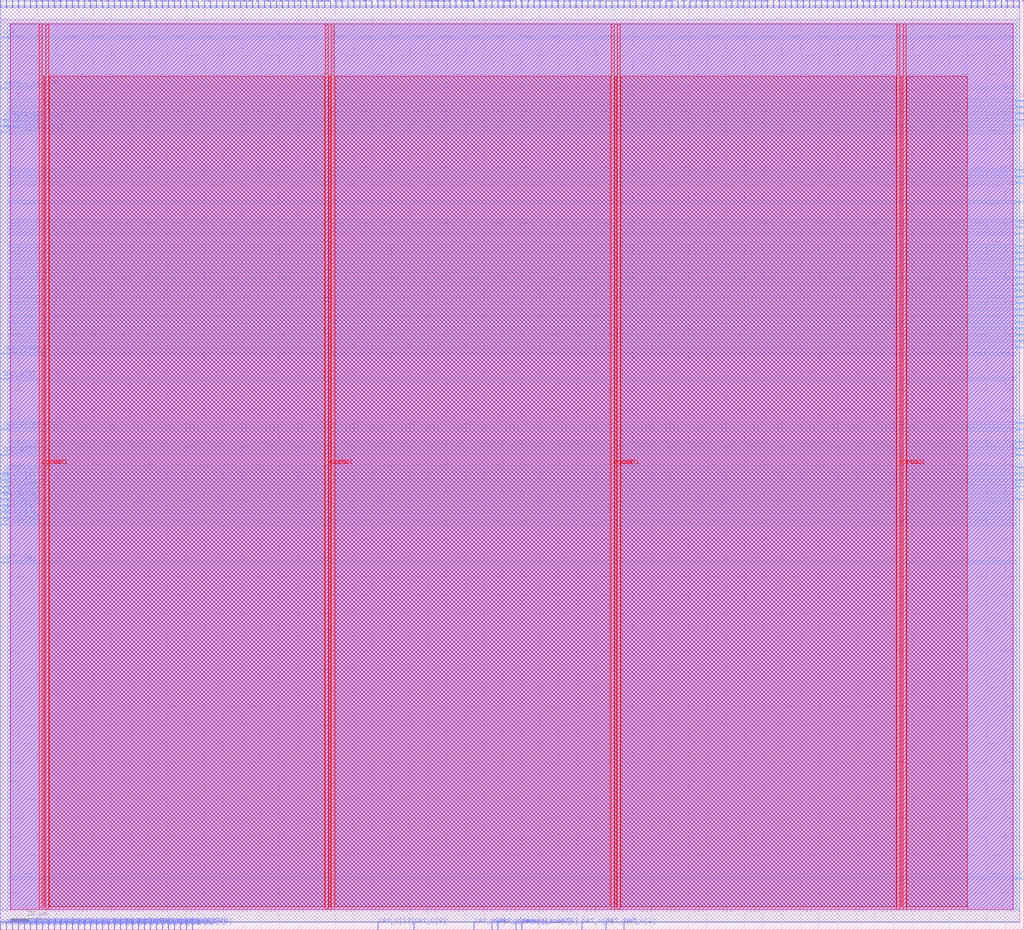
<source format=lef>
VERSION 5.7 ;
  NOWIREEXTENSIONATPIN ON ;
  DIVIDERCHAR "/" ;
  BUSBITCHARS "[]" ;
MACRO team_04
  CLASS BLOCK ;
  FOREIGN team_04 ;
  ORIGIN 0.000 0.000 ;
  SIZE 550.000 BY 500.000 ;
  PIN ACK_I
    DIRECTION INPUT ;
    USE SIGNAL ;
    ANTENNAGATEAREA 0.159000 ;
    ANTENNADIFFAREA 0.434700 ;
    PORT
      LAYER met2 ;
        RECT 466.990 496.000 467.270 500.000 ;
    END
  END ACK_I
  PIN ADR_O[0]
    DIRECTION OUTPUT ;
    USE SIGNAL ;
    ANTENNADIFFAREA 0.795200 ;
    PORT
      LAYER met2 ;
        RECT 518.510 496.000 518.790 500.000 ;
    END
  END ADR_O[0]
  PIN ADR_O[10]
    DIRECTION OUTPUT ;
    USE SIGNAL ;
    ANTENNADIFFAREA 0.795200 ;
    PORT
      LAYER met2 ;
        RECT 212.610 496.000 212.890 500.000 ;
    END
  END ADR_O[10]
  PIN ADR_O[11]
    DIRECTION OUTPUT ;
    USE SIGNAL ;
    ANTENNADIFFAREA 0.795200 ;
    PORT
      LAYER met2 ;
        RECT 215.830 496.000 216.110 500.000 ;
    END
  END ADR_O[11]
  PIN ADR_O[12]
    DIRECTION OUTPUT ;
    USE SIGNAL ;
    ANTENNADIFFAREA 0.795200 ;
    PORT
      LAYER met2 ;
        RECT 196.510 496.000 196.790 500.000 ;
    END
  END ADR_O[12]
  PIN ADR_O[13]
    DIRECTION OUTPUT ;
    USE SIGNAL ;
    ANTENNADIFFAREA 0.795200 ;
    PORT
      LAYER met2 ;
        RECT 444.450 496.000 444.730 500.000 ;
    END
  END ADR_O[13]
  PIN ADR_O[14]
    DIRECTION OUTPUT ;
    USE SIGNAL ;
    ANTENNADIFFAREA 0.795200 ;
    PORT
      LAYER met2 ;
        RECT 183.630 496.000 183.910 500.000 ;
    END
  END ADR_O[14]
  PIN ADR_O[15]
    DIRECTION OUTPUT ;
    USE SIGNAL ;
    ANTENNADIFFAREA 0.795200 ;
    PORT
      LAYER met2 ;
        RECT 177.190 496.000 177.470 500.000 ;
    END
  END ADR_O[15]
  PIN ADR_O[16]
    DIRECTION OUTPUT ;
    USE SIGNAL ;
    ANTENNADIFFAREA 0.795200 ;
    PORT
      LAYER met2 ;
        RECT 460.550 496.000 460.830 500.000 ;
    END
  END ADR_O[16]
  PIN ADR_O[17]
    DIRECTION OUTPUT ;
    USE SIGNAL ;
    ANTENNADIFFAREA 0.795200 ;
    PORT
      LAYER met2 ;
        RECT 450.890 496.000 451.170 500.000 ;
    END
  END ADR_O[17]
  PIN ADR_O[18]
    DIRECTION OUTPUT ;
    USE SIGNAL ;
    ANTENNADIFFAREA 0.795200 ;
    PORT
      LAYER met2 ;
        RECT 515.290 496.000 515.570 500.000 ;
    END
  END ADR_O[18]
  PIN ADR_O[19]
    DIRECTION OUTPUT ;
    USE SIGNAL ;
    ANTENNADIFFAREA 0.795200 ;
    PORT
      LAYER met2 ;
        RECT 135.330 496.000 135.610 500.000 ;
    END
  END ADR_O[19]
  PIN ADR_O[1]
    DIRECTION OUTPUT ;
    USE SIGNAL ;
    ANTENNADIFFAREA 0.795200 ;
    PORT
      LAYER met2 ;
        RECT 370.390 496.000 370.670 500.000 ;
    END
  END ADR_O[1]
  PIN ADR_O[20]
    DIRECTION OUTPUT ;
    USE SIGNAL ;
    ANTENNADIFFAREA 0.795200 ;
    PORT
      LAYER met2 ;
        RECT 122.450 496.000 122.730 500.000 ;
    END
  END ADR_O[20]
  PIN ADR_O[21]
    DIRECTION OUTPUT ;
    USE SIGNAL ;
    ANTENNADIFFAREA 0.795200 ;
    PORT
      LAYER met2 ;
        RECT 80.590 496.000 80.870 500.000 ;
    END
  END ADR_O[21]
  PIN ADR_O[22]
    DIRECTION OUTPUT ;
    USE SIGNAL ;
    ANTENNADIFFAREA 0.795200 ;
    PORT
      LAYER met2 ;
        RECT 70.930 496.000 71.210 500.000 ;
    END
  END ADR_O[22]
  PIN ADR_O[23]
    DIRECTION OUTPUT ;
    USE SIGNAL ;
    ANTENNADIFFAREA 0.795200 ;
    PORT
      LAYER met2 ;
        RECT 41.950 496.000 42.230 500.000 ;
    END
  END ADR_O[23]
  PIN ADR_O[24]
    DIRECTION OUTPUT ;
    USE SIGNAL ;
    ANTENNADIFFAREA 0.795200 ;
    PORT
      LAYER met2 ;
        RECT 331.750 496.000 332.030 500.000 ;
    END
  END ADR_O[24]
  PIN ADR_O[25]
    DIRECTION OUTPUT ;
    USE SIGNAL ;
    ANTENNADIFFAREA 0.795200 ;
    PORT
      LAYER met2 ;
        RECT 260.910 496.000 261.190 500.000 ;
    END
  END ADR_O[25]
  PIN ADR_O[26]
    DIRECTION OUTPUT ;
    USE SIGNAL ;
    ANTENNADIFFAREA 0.795200 ;
    PORT
      LAYER met2 ;
        RECT 280.230 496.000 280.510 500.000 ;
    END
  END ADR_O[26]
  PIN ADR_O[27]
    DIRECTION OUTPUT ;
    USE SIGNAL ;
    ANTENNADIFFAREA 0.795200 ;
    PORT
      LAYER met2 ;
        RECT 286.670 496.000 286.950 500.000 ;
    END
  END ADR_O[27]
  PIN ADR_O[28]
    DIRECTION OUTPUT ;
    USE SIGNAL ;
    ANTENNADIFFAREA 0.795200 ;
    PORT
      LAYER met2 ;
        RECT 312.430 496.000 312.710 500.000 ;
    END
  END ADR_O[28]
  PIN ADR_O[29]
    DIRECTION OUTPUT ;
    USE SIGNAL ;
    ANTENNADIFFAREA 0.795200 ;
    PORT
      LAYER met2 ;
        RECT 328.530 496.000 328.810 500.000 ;
    END
  END ADR_O[29]
  PIN ADR_O[2]
    DIRECTION OUTPUT ;
    USE SIGNAL ;
    ANTENNADIFFAREA 0.795200 ;
    PORT
      LAYER met2 ;
        RECT 351.070 496.000 351.350 500.000 ;
    END
  END ADR_O[2]
  PIN ADR_O[30]
    DIRECTION OUTPUT ;
    USE SIGNAL ;
    ANTENNADIFFAREA 0.795200 ;
    PORT
      LAYER met2 ;
        RECT 373.610 496.000 373.890 500.000 ;
    END
  END ADR_O[30]
  PIN ADR_O[31]
    DIRECTION OUTPUT ;
    USE SIGNAL ;
    ANTENNADIFFAREA 0.795200 ;
    PORT
      LAYER met2 ;
        RECT 309.210 496.000 309.490 500.000 ;
    END
  END ADR_O[31]
  PIN ADR_O[3]
    DIRECTION OUTPUT ;
    USE SIGNAL ;
    ANTENNADIFFAREA 0.795200 ;
    PORT
      LAYER met2 ;
        RECT 383.270 496.000 383.550 500.000 ;
    END
  END ADR_O[3]
  PIN ADR_O[4]
    DIRECTION OUTPUT ;
    USE SIGNAL ;
    ANTENNADIFFAREA 0.795200 ;
    PORT
      LAYER met2 ;
        RECT 341.410 496.000 341.690 500.000 ;
    END
  END ADR_O[4]
  PIN ADR_O[5]
    DIRECTION OUTPUT ;
    USE SIGNAL ;
    ANTENNADIFFAREA 0.795200 ;
    PORT
      LAYER met2 ;
        RECT 325.310 496.000 325.590 500.000 ;
    END
  END ADR_O[5]
  PIN ADR_O[6]
    DIRECTION OUTPUT ;
    USE SIGNAL ;
    ANTENNADIFFAREA 0.795200 ;
    PORT
      LAYER met2 ;
        RECT 302.770 496.000 303.050 500.000 ;
    END
  END ADR_O[6]
  PIN ADR_O[7]
    DIRECTION OUTPUT ;
    USE SIGNAL ;
    ANTENNADIFFAREA 0.795200 ;
    PORT
      LAYER met2 ;
        RECT 299.550 496.000 299.830 500.000 ;
    END
  END ADR_O[7]
  PIN ADR_O[8]
    DIRECTION OUTPUT ;
    USE SIGNAL ;
    ANTENNADIFFAREA 0.795200 ;
    PORT
      LAYER met2 ;
        RECT 244.810 496.000 245.090 500.000 ;
    END
  END ADR_O[8]
  PIN ADR_O[9]
    DIRECTION OUTPUT ;
    USE SIGNAL ;
    ANTENNADIFFAREA 0.795200 ;
    PORT
      LAYER met2 ;
        RECT 267.350 496.000 267.630 500.000 ;
    END
  END ADR_O[9]
  PIN CYC_O
    DIRECTION OUTPUT ;
    USE SIGNAL ;
    ANTENNADIFFAREA 0.795200 ;
    PORT
      LAYER met2 ;
        RECT 167.530 496.000 167.810 500.000 ;
    END
  END CYC_O
  PIN DAT_I[0]
    DIRECTION INPUT ;
    USE SIGNAL ;
    ANTENNAGATEAREA 0.196500 ;
    ANTENNADIFFAREA 0.434700 ;
    PORT
      LAYER met2 ;
        RECT 438.010 496.000 438.290 500.000 ;
    END
  END DAT_I[0]
  PIN DAT_I[10]
    DIRECTION INPUT ;
    USE SIGNAL ;
    ANTENNAGATEAREA 0.196500 ;
    ANTENNADIFFAREA 0.434700 ;
    PORT
      LAYER met3 ;
        RECT 546.000 316.240 550.000 316.840 ;
    END
  END DAT_I[10]
  PIN DAT_I[11]
    DIRECTION INPUT ;
    USE SIGNAL ;
    ANTENNAGATEAREA 0.196500 ;
    ANTENNADIFFAREA 0.434700 ;
    PORT
      LAYER met3 ;
        RECT 546.000 363.840 550.000 364.440 ;
    END
  END DAT_I[11]
  PIN DAT_I[12]
    DIRECTION INPUT ;
    USE SIGNAL ;
    ANTENNAGATEAREA 0.196500 ;
    ANTENNADIFFAREA 0.434700 ;
    PORT
      LAYER met3 ;
        RECT 546.000 380.840 550.000 381.440 ;
    END
  END DAT_I[12]
  PIN DAT_I[13]
    DIRECTION INPUT ;
    USE SIGNAL ;
    ANTENNAGATEAREA 0.196500 ;
    ANTENNADIFFAREA 0.434700 ;
    PORT
      LAYER met2 ;
        RECT 431.570 496.000 431.850 500.000 ;
    END
  END DAT_I[13]
  PIN DAT_I[14]
    DIRECTION INPUT ;
    USE SIGNAL ;
    ANTENNAGATEAREA 0.196500 ;
    ANTENNADIFFAREA 0.434700 ;
    PORT
      LAYER met3 ;
        RECT 546.000 374.040 550.000 374.640 ;
    END
  END DAT_I[14]
  PIN DAT_I[15]
    DIRECTION INPUT ;
    USE SIGNAL ;
    ANTENNAGATEAREA 0.196500 ;
    ANTENNADIFFAREA 0.434700 ;
    PORT
      LAYER met3 ;
        RECT 546.000 391.040 550.000 391.640 ;
    END
  END DAT_I[15]
  PIN DAT_I[16]
    DIRECTION INPUT ;
    USE SIGNAL ;
    ANTENNAGATEAREA 0.196500 ;
    ANTENNADIFFAREA 0.434700 ;
    PORT
      LAYER met3 ;
        RECT 546.000 353.640 550.000 354.240 ;
    END
  END DAT_I[16]
  PIN DAT_I[17]
    DIRECTION INPUT ;
    USE SIGNAL ;
    ANTENNAGATEAREA 0.196500 ;
    ANTENNADIFFAREA 0.434700 ;
    PORT
      LAYER met3 ;
        RECT 546.000 319.640 550.000 320.240 ;
    END
  END DAT_I[17]
  PIN DAT_I[18]
    DIRECTION INPUT ;
    USE SIGNAL ;
    ANTENNAGATEAREA 0.196500 ;
    ANTENNADIFFAREA 0.434700 ;
    PORT
      LAYER met3 ;
        RECT 546.000 326.440 550.000 327.040 ;
    END
  END DAT_I[18]
  PIN DAT_I[19]
    DIRECTION INPUT ;
    USE SIGNAL ;
    ANTENNAGATEAREA 0.196500 ;
    ANTENNADIFFAREA 0.434700 ;
    PORT
      LAYER met3 ;
        RECT 546.000 329.840 550.000 330.440 ;
    END
  END DAT_I[19]
  PIN DAT_I[1]
    DIRECTION INPUT ;
    USE SIGNAL ;
    ANTENNAGATEAREA 0.196500 ;
    ANTENNADIFFAREA 0.434700 ;
    PORT
      LAYER met2 ;
        RECT 412.250 496.000 412.530 500.000 ;
    END
  END DAT_I[1]
  PIN DAT_I[20]
    DIRECTION INPUT ;
    USE SIGNAL ;
    ANTENNAGATEAREA 0.196500 ;
    ANTENNADIFFAREA 0.434700 ;
    PORT
      LAYER met3 ;
        RECT 546.000 350.240 550.000 350.840 ;
    END
  END DAT_I[20]
  PIN DAT_I[21]
    DIRECTION INPUT ;
    USE SIGNAL ;
    ANTENNAGATEAREA 0.196500 ;
    ANTENNADIFFAREA 0.434700 ;
    PORT
      LAYER met3 ;
        RECT 546.000 336.640 550.000 337.240 ;
    END
  END DAT_I[21]
  PIN DAT_I[22]
    DIRECTION INPUT ;
    USE SIGNAL ;
    ANTENNAGATEAREA 0.196500 ;
    ANTENNADIFFAREA 0.434700 ;
    PORT
      LAYER met3 ;
        RECT 546.000 346.840 550.000 347.440 ;
    END
  END DAT_I[22]
  PIN DAT_I[23]
    DIRECTION INPUT ;
    USE SIGNAL ;
    ANTENNAGATEAREA 0.196500 ;
    ANTENNADIFFAREA 0.434700 ;
    PORT
      LAYER met2 ;
        RECT 425.130 496.000 425.410 500.000 ;
    END
  END DAT_I[23]
  PIN DAT_I[24]
    DIRECTION INPUT ;
    USE SIGNAL ;
    ANTENNAGATEAREA 0.196500 ;
    ANTENNADIFFAREA 0.434700 ;
    PORT
      LAYER met3 ;
        RECT 546.000 323.040 550.000 323.640 ;
    END
  END DAT_I[24]
  PIN DAT_I[25]
    DIRECTION INPUT ;
    USE SIGNAL ;
    ANTENNAGATEAREA 0.196500 ;
    ANTENNADIFFAREA 0.434700 ;
    PORT
      LAYER met3 ;
        RECT 546.000 401.240 550.000 401.840 ;
    END
  END DAT_I[25]
  PIN DAT_I[26]
    DIRECTION INPUT ;
    USE SIGNAL ;
    ANTENNAGATEAREA 0.196500 ;
    ANTENNADIFFAREA 0.434700 ;
    PORT
      LAYER met3 ;
        RECT 546.000 340.040 550.000 340.640 ;
    END
  END DAT_I[26]
  PIN DAT_I[27]
    DIRECTION INPUT ;
    USE SIGNAL ;
    ANTENNAGATEAREA 0.196500 ;
    ANTENNADIFFAREA 0.434700 ;
    PORT
      LAYER met3 ;
        RECT 546.000 377.440 550.000 378.040 ;
    END
  END DAT_I[27]
  PIN DAT_I[28]
    DIRECTION INPUT ;
    USE SIGNAL ;
    ANTENNAGATEAREA 0.196500 ;
    ANTENNADIFFAREA 0.434700 ;
    PORT
      LAYER met2 ;
        RECT 434.790 496.000 435.070 500.000 ;
    END
  END DAT_I[28]
  PIN DAT_I[29]
    DIRECTION INPUT ;
    USE SIGNAL ;
    ANTENNAGATEAREA 0.196500 ;
    ANTENNADIFFAREA 0.434700 ;
    PORT
      LAYER met3 ;
        RECT 546.000 367.240 550.000 367.840 ;
    END
  END DAT_I[29]
  PIN DAT_I[2]
    DIRECTION INPUT ;
    USE SIGNAL ;
    ANTENNAGATEAREA 0.196500 ;
    ANTENNADIFFAREA 0.434700 ;
    PORT
      LAYER met2 ;
        RECT 428.350 496.000 428.630 500.000 ;
    END
  END DAT_I[2]
  PIN DAT_I[30]
    DIRECTION INPUT ;
    USE SIGNAL ;
    ANTENNAGATEAREA 0.196500 ;
    ANTENNADIFFAREA 0.434700 ;
    PORT
      LAYER met3 ;
        RECT 546.000 360.440 550.000 361.040 ;
    END
  END DAT_I[30]
  PIN DAT_I[31]
    DIRECTION INPUT ;
    USE SIGNAL ;
    ANTENNAGATEAREA 0.196500 ;
    ANTENNADIFFAREA 0.434700 ;
    PORT
      LAYER met3 ;
        RECT 546.000 357.040 550.000 357.640 ;
    END
  END DAT_I[31]
  PIN DAT_I[3]
    DIRECTION INPUT ;
    USE SIGNAL ;
    ANTENNAGATEAREA 0.196500 ;
    ANTENNADIFFAREA 0.434700 ;
    PORT
      LAYER met2 ;
        RECT 418.690 496.000 418.970 500.000 ;
    END
  END DAT_I[3]
  PIN DAT_I[4]
    DIRECTION INPUT ;
    USE SIGNAL ;
    ANTENNAGATEAREA 0.196500 ;
    ANTENNADIFFAREA 0.434700 ;
    PORT
      LAYER met3 ;
        RECT 546.000 408.040 550.000 408.640 ;
    END
  END DAT_I[4]
  PIN DAT_I[5]
    DIRECTION INPUT ;
    USE SIGNAL ;
    ANTENNAGATEAREA 0.196500 ;
    ANTENNADIFFAREA 0.434700 ;
    PORT
      LAYER met3 ;
        RECT 546.000 404.640 550.000 405.240 ;
    END
  END DAT_I[5]
  PIN DAT_I[6]
    DIRECTION INPUT ;
    USE SIGNAL ;
    ANTENNAGATEAREA 0.196500 ;
    ANTENNADIFFAREA 0.434700 ;
    PORT
      LAYER met2 ;
        RECT 415.470 496.000 415.750 500.000 ;
    END
  END DAT_I[6]
  PIN DAT_I[7]
    DIRECTION INPUT ;
    USE SIGNAL ;
    ANTENNAGATEAREA 0.196500 ;
    ANTENNADIFFAREA 0.434700 ;
    PORT
      LAYER met2 ;
        RECT 421.910 496.000 422.190 500.000 ;
    END
  END DAT_I[7]
  PIN DAT_I[8]
    DIRECTION INPUT ;
    USE SIGNAL ;
    ANTENNAGATEAREA 0.196500 ;
    ANTENNADIFFAREA 0.434700 ;
    PORT
      LAYER met3 ;
        RECT 546.000 333.240 550.000 333.840 ;
    END
  END DAT_I[8]
  PIN DAT_I[9]
    DIRECTION INPUT ;
    USE SIGNAL ;
    ANTENNAGATEAREA 0.196500 ;
    ANTENNADIFFAREA 0.434700 ;
    PORT
      LAYER met3 ;
        RECT 546.000 343.440 550.000 344.040 ;
    END
  END DAT_I[9]
  PIN DAT_O[0]
    DIRECTION OUTPUT ;
    USE SIGNAL ;
    ANTENNADIFFAREA 0.445500 ;
    PORT
      LAYER met3 ;
        RECT 546.000 231.240 550.000 231.840 ;
    END
  END DAT_O[0]
  PIN DAT_O[10]
    DIRECTION OUTPUT ;
    USE SIGNAL ;
    ANTENNADIFFAREA 0.445500 ;
    PORT
      LAYER met3 ;
        RECT 546.000 312.840 550.000 313.440 ;
    END
  END DAT_O[10]
  PIN DAT_O[11]
    DIRECTION OUTPUT ;
    USE SIGNAL ;
    ANTENNADIFFAREA 0.445500 ;
    PORT
      LAYER met2 ;
        RECT 267.350 0.000 267.630 4.000 ;
    END
  END DAT_O[11]
  PIN DAT_O[12]
    DIRECTION OUTPUT ;
    USE SIGNAL ;
    ANTENNADIFFAREA 0.445500 ;
    PORT
      LAYER met3 ;
        RECT 0.000 255.040 4.000 255.640 ;
    END
  END DAT_O[12]
  PIN DAT_O[13]
    DIRECTION OUTPUT ;
    USE SIGNAL ;
    ANTENNADIFFAREA 0.445500 ;
    PORT
      LAYER met2 ;
        RECT 202.950 0.000 203.230 4.000 ;
    END
  END DAT_O[13]
  PIN DAT_O[14]
    DIRECTION OUTPUT ;
    USE SIGNAL ;
    ANTENNADIFFAREA 0.445500 ;
    PORT
      LAYER met3 ;
        RECT 0.000 268.640 4.000 269.240 ;
    END
  END DAT_O[14]
  PIN DAT_O[15]
    DIRECTION OUTPUT ;
    USE SIGNAL ;
    ANTENNADIFFAREA 0.445500 ;
    PORT
      LAYER met3 ;
        RECT 0.000 217.640 4.000 218.240 ;
    END
  END DAT_O[15]
  PIN DAT_O[16]
    DIRECTION OUTPUT ;
    USE SIGNAL ;
    ANTENNADIFFAREA 0.445500 ;
    PORT
      LAYER met3 ;
        RECT 546.000 272.040 550.000 272.640 ;
    END
  END DAT_O[16]
  PIN DAT_O[17]
    DIRECTION OUTPUT ;
    USE SIGNAL ;
    ANTENNADIFFAREA 0.445500 ;
    PORT
      LAYER met3 ;
        RECT 0.000 227.840 4.000 228.440 ;
    END
  END DAT_O[17]
  PIN DAT_O[18]
    DIRECTION OUTPUT ;
    USE SIGNAL ;
    ANTENNADIFFAREA 0.445500 ;
    PORT
      LAYER met3 ;
        RECT 0.000 231.240 4.000 231.840 ;
    END
  END DAT_O[18]
  PIN DAT_O[19]
    DIRECTION OUTPUT ;
    USE SIGNAL ;
    ANTENNADIFFAREA 0.445500 ;
    PORT
      LAYER met3 ;
        RECT 0.000 244.840 4.000 245.440 ;
    END
  END DAT_O[19]
  PIN DAT_O[1]
    DIRECTION OUTPUT ;
    USE SIGNAL ;
    ANTENNADIFFAREA 0.445500 ;
    PORT
      LAYER met3 ;
        RECT 0.000 241.440 4.000 242.040 ;
    END
  END DAT_O[1]
  PIN DAT_O[20]
    DIRECTION OUTPUT ;
    USE SIGNAL ;
    ANTENNADIFFAREA 0.445500 ;
    PORT
      LAYER met3 ;
        RECT 546.000 238.040 550.000 238.640 ;
    END
  END DAT_O[20]
  PIN DAT_O[21]
    DIRECTION OUTPUT ;
    USE SIGNAL ;
    ANTENNADIFFAREA 0.445500 ;
    PORT
      LAYER met3 ;
        RECT 546.000 261.840 550.000 262.440 ;
    END
  END DAT_O[21]
  PIN DAT_O[22]
    DIRECTION OUTPUT ;
    USE SIGNAL ;
    ANTENNADIFFAREA 0.445500 ;
    PORT
      LAYER met3 ;
        RECT 0.000 234.640 4.000 235.240 ;
    END
  END DAT_O[22]
  PIN DAT_O[23]
    DIRECTION OUTPUT ;
    USE SIGNAL ;
    ANTENNADIFFAREA 0.445500 ;
    PORT
      LAYER met3 ;
        RECT 0.000 238.040 4.000 238.640 ;
    END
  END DAT_O[23]
  PIN DAT_O[24]
    DIRECTION OUTPUT ;
    USE SIGNAL ;
    ANTENNADIFFAREA 0.445500 ;
    PORT
      LAYER met3 ;
        RECT 546.000 241.440 550.000 242.040 ;
    END
  END DAT_O[24]
  PIN DAT_O[25]
    DIRECTION OUTPUT ;
    USE SIGNAL ;
    ANTENNADIFFAREA 0.445500 ;
    PORT
      LAYER met3 ;
        RECT 546.000 268.640 550.000 269.240 ;
    END
  END DAT_O[25]
  PIN DAT_O[26]
    DIRECTION OUTPUT ;
    USE SIGNAL ;
    ANTENNADIFFAREA 0.445500 ;
    PORT
      LAYER met3 ;
        RECT 546.000 258.440 550.000 259.040 ;
    END
  END DAT_O[26]
  PIN DAT_O[27]
    DIRECTION OUTPUT ;
    USE SIGNAL ;
    ANTENNADIFFAREA 0.445500 ;
    PORT
      LAYER met3 ;
        RECT 546.000 255.040 550.000 255.640 ;
    END
  END DAT_O[27]
  PIN DAT_O[28]
    DIRECTION OUTPUT ;
    USE SIGNAL ;
    ANTENNADIFFAREA 0.445500 ;
    PORT
      LAYER met3 ;
        RECT 546.000 244.840 550.000 245.440 ;
    END
  END DAT_O[28]
  PIN DAT_O[29]
    DIRECTION OUTPUT ;
    USE SIGNAL ;
    ANTENNADIFFAREA 0.445500 ;
    PORT
      LAYER met3 ;
        RECT 546.000 248.240 550.000 248.840 ;
    END
  END DAT_O[29]
  PIN DAT_O[2]
    DIRECTION OUTPUT ;
    USE SIGNAL ;
    ANTENNADIFFAREA 0.445500 ;
    PORT
      LAYER met2 ;
        RECT 334.970 0.000 335.250 4.000 ;
    END
  END DAT_O[2]
  PIN DAT_O[30]
    DIRECTION OUTPUT ;
    USE SIGNAL ;
    ANTENNADIFFAREA 0.445500 ;
    PORT
      LAYER met3 ;
        RECT 0.000 309.440 4.000 310.040 ;
    END
  END DAT_O[30]
  PIN DAT_O[31]
    DIRECTION OUTPUT ;
    USE SIGNAL ;
    ANTENNADIFFAREA 0.445500 ;
    PORT
      LAYER met3 ;
        RECT 0.000 221.040 4.000 221.640 ;
    END
  END DAT_O[31]
  PIN DAT_O[3]
    DIRECTION OUTPUT ;
    USE SIGNAL ;
    ANTENNADIFFAREA 0.445500 ;
    PORT
      LAYER met2 ;
        RECT 325.310 0.000 325.590 4.000 ;
    END
  END DAT_O[3]
  PIN DAT_O[4]
    DIRECTION OUTPUT ;
    USE SIGNAL ;
    ANTENNADIFFAREA 0.445500 ;
    PORT
      LAYER met2 ;
        RECT 312.430 0.000 312.710 4.000 ;
    END
  END DAT_O[4]
  PIN DAT_O[5]
    DIRECTION OUTPUT ;
    USE SIGNAL ;
    ANTENNADIFFAREA 0.445500 ;
    PORT
      LAYER met3 ;
        RECT 0.000 197.240 4.000 197.840 ;
    END
  END DAT_O[5]
  PIN DAT_O[6]
    DIRECTION OUTPUT ;
    USE SIGNAL ;
    ANTENNADIFFAREA 0.445500 ;
    PORT
      LAYER met3 ;
        RECT 0.000 224.440 4.000 225.040 ;
    END
  END DAT_O[6]
  PIN DAT_O[7]
    DIRECTION OUTPUT ;
    USE SIGNAL ;
    ANTENNADIFFAREA 0.445500 ;
    PORT
      LAYER met2 ;
        RECT 254.470 0.000 254.750 4.000 ;
    END
  END DAT_O[7]
  PIN DAT_O[8]
    DIRECTION OUTPUT ;
    USE SIGNAL ;
    ANTENNADIFFAREA 0.445500 ;
    PORT
      LAYER met2 ;
        RECT 222.270 0.000 222.550 4.000 ;
    END
  END DAT_O[8]
  PIN DAT_O[9]
    DIRECTION OUTPUT ;
    USE SIGNAL ;
    ANTENNADIFFAREA 0.445500 ;
    PORT
      LAYER met3 ;
        RECT 0.000 295.840 4.000 296.440 ;
    END
  END DAT_O[9]
  PIN SEL_O[0]
    DIRECTION OUTPUT ;
    USE SIGNAL ;
    ANTENNADIFFAREA 0.795200 ;
    PORT
      LAYER met2 ;
        RECT 367.170 496.000 367.450 500.000 ;
    END
  END SEL_O[0]
  PIN SEL_O[1]
    DIRECTION OUTPUT ;
    USE SIGNAL ;
    ANTENNADIFFAREA 0.795200 ;
    PORT
      LAYER met2 ;
        RECT 380.050 496.000 380.330 500.000 ;
    END
  END SEL_O[1]
  PIN SEL_O[2]
    DIRECTION OUTPUT ;
    USE SIGNAL ;
    ANTENNADIFFAREA 0.795200 ;
    PORT
      LAYER met2 ;
        RECT 389.710 496.000 389.990 500.000 ;
    END
  END SEL_O[2]
  PIN SEL_O[3]
    DIRECTION OUTPUT ;
    USE SIGNAL ;
    ANTENNADIFFAREA 0.795200 ;
    PORT
      LAYER met2 ;
        RECT 376.830 496.000 377.110 500.000 ;
    END
  END SEL_O[3]
  PIN STB_O
    DIRECTION OUTPUT ;
    USE SIGNAL ;
    ANTENNADIFFAREA 0.795200 ;
    PORT
      LAYER met2 ;
        RECT 164.310 496.000 164.590 500.000 ;
    END
  END STB_O
  PIN WE_O
    DIRECTION OUTPUT ;
    USE SIGNAL ;
    ANTENNADIFFAREA 0.795200 ;
    PORT
      LAYER met2 ;
        RECT 399.370 496.000 399.650 500.000 ;
    END
  END WE_O
  PIN clk
    DIRECTION INPUT ;
    USE SIGNAL ;
    ANTENNAGATEAREA 0.852000 ;
    ANTENNADIFFAREA 0.434700 ;
    PORT
      LAYER met3 ;
        RECT 0.000 479.440 4.000 480.040 ;
    END
  END clk
  PIN en
    DIRECTION INPUT ;
    USE SIGNAL ;
    ANTENNAGATEAREA 0.196500 ;
    ANTENNADIFFAREA 0.434700 ;
    PORT
      LAYER met2 ;
        RECT 392.930 496.000 393.210 500.000 ;
    END
  END en
  PIN gpio_in[0]
    DIRECTION INPUT ;
    USE SIGNAL ;
    PORT
      LAYER met2 ;
        RECT 0.090 0.000 0.370 4.000 ;
    END
  END gpio_in[0]
  PIN gpio_in[10]
    DIRECTION INPUT ;
    USE SIGNAL ;
    PORT
      LAYER met2 ;
        RECT 3.310 0.000 3.590 4.000 ;
    END
  END gpio_in[10]
  PIN gpio_in[11]
    DIRECTION INPUT ;
    USE SIGNAL ;
    PORT
      LAYER met2 ;
        RECT 6.530 0.000 6.810 4.000 ;
    END
  END gpio_in[11]
  PIN gpio_in[12]
    DIRECTION INPUT ;
    USE SIGNAL ;
    PORT
      LAYER met2 ;
        RECT 9.750 0.000 10.030 4.000 ;
    END
  END gpio_in[12]
  PIN gpio_in[13]
    DIRECTION INPUT ;
    USE SIGNAL ;
    PORT
      LAYER met2 ;
        RECT 12.970 0.000 13.250 4.000 ;
    END
  END gpio_in[13]
  PIN gpio_in[14]
    DIRECTION INPUT ;
    USE SIGNAL ;
    PORT
      LAYER met2 ;
        RECT 16.190 0.000 16.470 4.000 ;
    END
  END gpio_in[14]
  PIN gpio_in[15]
    DIRECTION INPUT ;
    USE SIGNAL ;
    PORT
      LAYER met2 ;
        RECT 19.410 0.000 19.690 4.000 ;
    END
  END gpio_in[15]
  PIN gpio_in[16]
    DIRECTION INPUT ;
    USE SIGNAL ;
    PORT
      LAYER met2 ;
        RECT 22.630 0.000 22.910 4.000 ;
    END
  END gpio_in[16]
  PIN gpio_in[17]
    DIRECTION INPUT ;
    USE SIGNAL ;
    PORT
      LAYER met2 ;
        RECT 25.850 0.000 26.130 4.000 ;
    END
  END gpio_in[17]
  PIN gpio_in[18]
    DIRECTION INPUT ;
    USE SIGNAL ;
    PORT
      LAYER met2 ;
        RECT 29.070 0.000 29.350 4.000 ;
    END
  END gpio_in[18]
  PIN gpio_in[19]
    DIRECTION INPUT ;
    USE SIGNAL ;
    PORT
      LAYER met2 ;
        RECT 32.290 0.000 32.570 4.000 ;
    END
  END gpio_in[19]
  PIN gpio_in[1]
    DIRECTION INPUT ;
    USE SIGNAL ;
    PORT
      LAYER met2 ;
        RECT 35.510 0.000 35.790 4.000 ;
    END
  END gpio_in[1]
  PIN gpio_in[20]
    DIRECTION INPUT ;
    USE SIGNAL ;
    PORT
      LAYER met2 ;
        RECT 38.730 0.000 39.010 4.000 ;
    END
  END gpio_in[20]
  PIN gpio_in[21]
    DIRECTION INPUT ;
    USE SIGNAL ;
    PORT
      LAYER met2 ;
        RECT 41.950 0.000 42.230 4.000 ;
    END
  END gpio_in[21]
  PIN gpio_in[22]
    DIRECTION INPUT ;
    USE SIGNAL ;
    PORT
      LAYER met2 ;
        RECT 45.170 0.000 45.450 4.000 ;
    END
  END gpio_in[22]
  PIN gpio_in[23]
    DIRECTION INPUT ;
    USE SIGNAL ;
    PORT
      LAYER met2 ;
        RECT 48.390 0.000 48.670 4.000 ;
    END
  END gpio_in[23]
  PIN gpio_in[24]
    DIRECTION INPUT ;
    USE SIGNAL ;
    PORT
      LAYER met2 ;
        RECT 51.610 0.000 51.890 4.000 ;
    END
  END gpio_in[24]
  PIN gpio_in[25]
    DIRECTION INPUT ;
    USE SIGNAL ;
    PORT
      LAYER met2 ;
        RECT 54.830 0.000 55.110 4.000 ;
    END
  END gpio_in[25]
  PIN gpio_in[26]
    DIRECTION INPUT ;
    USE SIGNAL ;
    PORT
      LAYER met2 ;
        RECT 58.050 0.000 58.330 4.000 ;
    END
  END gpio_in[26]
  PIN gpio_in[27]
    DIRECTION INPUT ;
    USE SIGNAL ;
    PORT
      LAYER met2 ;
        RECT 61.270 0.000 61.550 4.000 ;
    END
  END gpio_in[27]
  PIN gpio_in[28]
    DIRECTION INPUT ;
    USE SIGNAL ;
    PORT
      LAYER met2 ;
        RECT 64.490 0.000 64.770 4.000 ;
    END
  END gpio_in[28]
  PIN gpio_in[29]
    DIRECTION INPUT ;
    USE SIGNAL ;
    PORT
      LAYER met2 ;
        RECT 67.710 0.000 67.990 4.000 ;
    END
  END gpio_in[29]
  PIN gpio_in[2]
    DIRECTION INPUT ;
    USE SIGNAL ;
    PORT
      LAYER met2 ;
        RECT 70.930 0.000 71.210 4.000 ;
    END
  END gpio_in[2]
  PIN gpio_in[30]
    DIRECTION INPUT ;
    USE SIGNAL ;
    PORT
      LAYER met2 ;
        RECT 74.150 0.000 74.430 4.000 ;
    END
  END gpio_in[30]
  PIN gpio_in[31]
    DIRECTION INPUT ;
    USE SIGNAL ;
    PORT
      LAYER met2 ;
        RECT 77.370 0.000 77.650 4.000 ;
    END
  END gpio_in[31]
  PIN gpio_in[32]
    DIRECTION INPUT ;
    USE SIGNAL ;
    PORT
      LAYER met2 ;
        RECT 80.590 0.000 80.870 4.000 ;
    END
  END gpio_in[32]
  PIN gpio_in[33]
    DIRECTION INPUT ;
    USE SIGNAL ;
    PORT
      LAYER met2 ;
        RECT 83.810 0.000 84.090 4.000 ;
    END
  END gpio_in[33]
  PIN gpio_in[3]
    DIRECTION INPUT ;
    USE SIGNAL ;
    PORT
      LAYER met2 ;
        RECT 87.030 0.000 87.310 4.000 ;
    END
  END gpio_in[3]
  PIN gpio_in[4]
    DIRECTION INPUT ;
    USE SIGNAL ;
    PORT
      LAYER met2 ;
        RECT 90.250 0.000 90.530 4.000 ;
    END
  END gpio_in[4]
  PIN gpio_in[5]
    DIRECTION INPUT ;
    USE SIGNAL ;
    ANTENNAGATEAREA 0.213000 ;
    ANTENNADIFFAREA 0.434700 ;
    PORT
      LAYER met2 ;
        RECT 16.190 496.000 16.470 500.000 ;
    END
  END gpio_in[5]
  PIN gpio_in[6]
    DIRECTION INPUT ;
    USE SIGNAL ;
    PORT
      LAYER met2 ;
        RECT 93.470 0.000 93.750 4.000 ;
    END
  END gpio_in[6]
  PIN gpio_in[7]
    DIRECTION INPUT ;
    USE SIGNAL ;
    PORT
      LAYER met2 ;
        RECT 96.690 0.000 96.970 4.000 ;
    END
  END gpio_in[7]
  PIN gpio_in[8]
    DIRECTION INPUT ;
    USE SIGNAL ;
    PORT
      LAYER met2 ;
        RECT 99.910 0.000 100.190 4.000 ;
    END
  END gpio_in[8]
  PIN gpio_in[9]
    DIRECTION INPUT ;
    USE SIGNAL ;
    PORT
      LAYER met2 ;
        RECT 103.130 0.000 103.410 4.000 ;
    END
  END gpio_in[9]
  PIN gpio_oeb[0]
    DIRECTION OUTPUT ;
    USE SIGNAL ;
    ANTENNADIFFAREA 0.445500 ;
    PORT
      LAYER met2 ;
        RECT 409.030 496.000 409.310 500.000 ;
    END
  END gpio_oeb[0]
  PIN gpio_oeb[10]
    DIRECTION OUTPUT ;
    USE SIGNAL ;
    ANTENNADIFFAREA 0.445500 ;
    PORT
      LAYER met2 ;
        RECT 231.930 496.000 232.210 500.000 ;
    END
  END gpio_oeb[10]
  PIN gpio_oeb[11]
    DIRECTION OUTPUT ;
    USE SIGNAL ;
    ANTENNADIFFAREA 0.445500 ;
    PORT
      LAYER met2 ;
        RECT 454.110 496.000 454.390 500.000 ;
    END
  END gpio_oeb[11]
  PIN gpio_oeb[12]
    DIRECTION OUTPUT ;
    USE SIGNAL ;
    ANTENNADIFFAREA 0.445500 ;
    PORT
      LAYER met2 ;
        RECT 38.730 496.000 39.010 500.000 ;
    END
  END gpio_oeb[12]
  PIN gpio_oeb[13]
    DIRECTION OUTPUT ;
    USE SIGNAL ;
    ANTENNADIFFAREA 0.445500 ;
    PORT
      LAYER met2 ;
        RECT 61.270 496.000 61.550 500.000 ;
    END
  END gpio_oeb[13]
  PIN gpio_oeb[14]
    DIRECTION OUTPUT ;
    USE SIGNAL ;
    ANTENNADIFFAREA 0.445500 ;
    PORT
      LAYER met2 ;
        RECT 32.290 496.000 32.570 500.000 ;
    END
  END gpio_oeb[14]
  PIN gpio_oeb[15]
    DIRECTION OUTPUT ;
    USE SIGNAL ;
    ANTENNADIFFAREA 0.445500 ;
    PORT
      LAYER met2 ;
        RECT 74.150 496.000 74.430 500.000 ;
    END
  END gpio_oeb[15]
  PIN gpio_oeb[16]
    DIRECTION OUTPUT ;
    USE SIGNAL ;
    ANTENNADIFFAREA 0.445500 ;
    PORT
      LAYER met2 ;
        RECT 170.750 496.000 171.030 500.000 ;
    END
  END gpio_oeb[16]
  PIN gpio_oeb[17]
    DIRECTION OUTPUT ;
    USE SIGNAL ;
    ANTENNADIFFAREA 0.445500 ;
    PORT
      LAYER met2 ;
        RECT 154.650 496.000 154.930 500.000 ;
    END
  END gpio_oeb[17]
  PIN gpio_oeb[18]
    DIRECTION OUTPUT ;
    USE SIGNAL ;
    ANTENNADIFFAREA 0.445500 ;
    PORT
      LAYER met2 ;
        RECT 58.050 496.000 58.330 500.000 ;
    END
  END gpio_oeb[18]
  PIN gpio_oeb[19]
    DIRECTION OUTPUT ;
    USE SIGNAL ;
    ANTENNADIFFAREA 0.445500 ;
    PORT
      LAYER met2 ;
        RECT 22.630 496.000 22.910 500.000 ;
    END
  END gpio_oeb[19]
  PIN gpio_oeb[1]
    DIRECTION OUTPUT ;
    USE SIGNAL ;
    ANTENNADIFFAREA 0.445500 ;
    PORT
      LAYER met2 ;
        RECT 9.750 496.000 10.030 500.000 ;
    END
  END gpio_oeb[1]
  PIN gpio_oeb[20]
    DIRECTION OUTPUT ;
    USE SIGNAL ;
    ANTENNADIFFAREA 0.445500 ;
    PORT
      LAYER met2 ;
        RECT 64.490 496.000 64.770 500.000 ;
    END
  END gpio_oeb[20]
  PIN gpio_oeb[21]
    DIRECTION OUTPUT ;
    USE SIGNAL ;
    ANTENNADIFFAREA 0.445500 ;
    PORT
      LAYER met2 ;
        RECT 128.890 496.000 129.170 500.000 ;
    END
  END gpio_oeb[21]
  PIN gpio_oeb[22]
    DIRECTION OUTPUT ;
    USE SIGNAL ;
    ANTENNADIFFAREA 0.445500 ;
    PORT
      LAYER met2 ;
        RECT 193.290 496.000 193.570 500.000 ;
    END
  END gpio_oeb[22]
  PIN gpio_oeb[23]
    DIRECTION OUTPUT ;
    USE SIGNAL ;
    ANTENNADIFFAREA 0.445500 ;
    PORT
      LAYER met2 ;
        RECT 35.510 496.000 35.790 500.000 ;
    END
  END gpio_oeb[23]
  PIN gpio_oeb[24]
    DIRECTION OUTPUT ;
    USE SIGNAL ;
    ANTENNADIFFAREA 0.445500 ;
    PORT
      LAYER met2 ;
        RECT 77.370 496.000 77.650 500.000 ;
    END
  END gpio_oeb[24]
  PIN gpio_oeb[25]
    DIRECTION OUTPUT ;
    USE SIGNAL ;
    ANTENNADIFFAREA 0.445500 ;
    PORT
      LAYER met2 ;
        RECT 235.150 496.000 235.430 500.000 ;
    END
  END gpio_oeb[25]
  PIN gpio_oeb[26]
    DIRECTION OUTPUT ;
    USE SIGNAL ;
    ANTENNADIFFAREA 0.445500 ;
    PORT
      LAYER met2 ;
        RECT 45.170 496.000 45.450 500.000 ;
    END
  END gpio_oeb[26]
  PIN gpio_oeb[27]
    DIRECTION OUTPUT ;
    USE SIGNAL ;
    ANTENNADIFFAREA 0.445500 ;
    PORT
      LAYER met2 ;
        RECT 495.970 496.000 496.250 500.000 ;
    END
  END gpio_oeb[27]
  PIN gpio_oeb[28]
    DIRECTION OUTPUT ;
    USE SIGNAL ;
    ANTENNADIFFAREA 0.445500 ;
    PORT
      LAYER met2 ;
        RECT 180.410 496.000 180.690 500.000 ;
    END
  END gpio_oeb[28]
  PIN gpio_oeb[29]
    DIRECTION OUTPUT ;
    USE SIGNAL ;
    ANTENNADIFFAREA 0.445500 ;
    PORT
      LAYER met2 ;
        RECT 499.190 496.000 499.470 500.000 ;
    END
  END gpio_oeb[29]
  PIN gpio_oeb[2]
    DIRECTION OUTPUT ;
    USE SIGNAL ;
    ANTENNADIFFAREA 0.445500 ;
    PORT
      LAYER met2 ;
        RECT 470.210 496.000 470.490 500.000 ;
    END
  END gpio_oeb[2]
  PIN gpio_oeb[30]
    DIRECTION OUTPUT ;
    USE SIGNAL ;
    ANTENNADIFFAREA 0.445500 ;
    PORT
      LAYER met2 ;
        RECT 83.810 496.000 84.090 500.000 ;
    END
  END gpio_oeb[30]
  PIN gpio_oeb[31]
    DIRECTION OUTPUT ;
    USE SIGNAL ;
    ANTENNADIFFAREA 0.445500 ;
    PORT
      LAYER met2 ;
        RECT 457.330 496.000 457.610 500.000 ;
    END
  END gpio_oeb[31]
  PIN gpio_oeb[32]
    DIRECTION OUTPUT ;
    USE SIGNAL ;
    ANTENNADIFFAREA 0.445500 ;
    PORT
      LAYER met2 ;
        RECT 531.390 496.000 531.670 500.000 ;
    END
  END gpio_oeb[32]
  PIN gpio_oeb[33]
    DIRECTION OUTPUT ;
    USE SIGNAL ;
    ANTENNADIFFAREA 0.445500 ;
    PORT
      LAYER met2 ;
        RECT 521.730 496.000 522.010 500.000 ;
    END
  END gpio_oeb[33]
  PIN gpio_oeb[3]
    DIRECTION OUTPUT ;
    USE SIGNAL ;
    ANTENNADIFFAREA 0.445500 ;
    PORT
      LAYER met2 ;
        RECT 144.990 496.000 145.270 500.000 ;
    END
  END gpio_oeb[3]
  PIN gpio_oeb[4]
    DIRECTION OUTPUT ;
    USE SIGNAL ;
    ANTENNADIFFAREA 0.445500 ;
    PORT
      LAYER met2 ;
        RECT 19.410 496.000 19.690 500.000 ;
    END
  END gpio_oeb[4]
  PIN gpio_oeb[5]
    DIRECTION OUTPUT ;
    USE SIGNAL ;
    ANTENNADIFFAREA 0.445500 ;
    PORT
      LAYER met3 ;
        RECT 546.000 431.840 550.000 432.440 ;
    END
  END gpio_oeb[5]
  PIN gpio_oeb[6]
    DIRECTION OUTPUT ;
    USE SIGNAL ;
    ANTENNADIFFAREA 0.445500 ;
    PORT
      LAYER met2 ;
        RECT 186.850 496.000 187.130 500.000 ;
    END
  END gpio_oeb[6]
  PIN gpio_oeb[7]
    DIRECTION OUTPUT ;
    USE SIGNAL ;
    ANTENNADIFFAREA 0.445500 ;
    PORT
      LAYER met2 ;
        RECT 0.090 496.000 0.370 500.000 ;
    END
  END gpio_oeb[7]
  PIN gpio_oeb[8]
    DIRECTION OUTPUT ;
    USE SIGNAL ;
    ANTENNADIFFAREA 0.445500 ;
    PORT
      LAYER met2 ;
        RECT 524.950 496.000 525.230 500.000 ;
    END
  END gpio_oeb[8]
  PIN gpio_oeb[9]
    DIRECTION OUTPUT ;
    USE SIGNAL ;
    ANTENNADIFFAREA 0.445500 ;
    PORT
      LAYER met2 ;
        RECT 251.250 496.000 251.530 500.000 ;
    END
  END gpio_oeb[9]
  PIN gpio_out[0]
    DIRECTION OUTPUT ;
    USE SIGNAL ;
    ANTENNADIFFAREA 0.795200 ;
    PORT
      LAYER met2 ;
        RECT 512.070 496.000 512.350 500.000 ;
    END
  END gpio_out[0]
  PIN gpio_out[10]
    DIRECTION OUTPUT ;
    USE SIGNAL ;
    ANTENNADIFFAREA 0.445500 ;
    PORT
      LAYER met2 ;
        RECT 270.570 496.000 270.850 500.000 ;
    END
  END gpio_out[10]
  PIN gpio_out[11]
    DIRECTION OUTPUT ;
    USE SIGNAL ;
    ANTENNADIFFAREA 0.445500 ;
    PORT
      LAYER met2 ;
        RECT 6.530 496.000 6.810 500.000 ;
    END
  END gpio_out[11]
  PIN gpio_out[12]
    DIRECTION OUTPUT ;
    USE SIGNAL ;
    ANTENNADIFFAREA 0.445500 ;
    PORT
      LAYER met2 ;
        RECT 48.390 496.000 48.670 500.000 ;
    END
  END gpio_out[12]
  PIN gpio_out[13]
    DIRECTION OUTPUT ;
    USE SIGNAL ;
    ANTENNADIFFAREA 0.445500 ;
    PORT
      LAYER met2 ;
        RECT 87.030 496.000 87.310 500.000 ;
    END
  END gpio_out[13]
  PIN gpio_out[14]
    DIRECTION OUTPUT ;
    USE SIGNAL ;
    ANTENNADIFFAREA 0.445500 ;
    PORT
      LAYER met2 ;
        RECT 3.310 496.000 3.590 500.000 ;
    END
  END gpio_out[14]
  PIN gpio_out[15]
    DIRECTION OUTPUT ;
    USE SIGNAL ;
    ANTENNADIFFAREA 0.445500 ;
    PORT
      LAYER met2 ;
        RECT 151.430 496.000 151.710 500.000 ;
    END
  END gpio_out[15]
  PIN gpio_out[16]
    DIRECTION OUTPUT ;
    USE SIGNAL ;
    ANTENNADIFFAREA 0.445500 ;
    PORT
      LAYER met2 ;
        RECT 238.370 496.000 238.650 500.000 ;
    END
  END gpio_out[16]
  PIN gpio_out[17]
    DIRECTION OUTPUT ;
    USE SIGNAL ;
    ANTENNADIFFAREA 0.445500 ;
    PORT
      LAYER met2 ;
        RECT 157.870 496.000 158.150 500.000 ;
    END
  END gpio_out[17]
  PIN gpio_out[18]
    DIRECTION OUTPUT ;
    USE SIGNAL ;
    ANTENNADIFFAREA 0.445500 ;
    PORT
      LAYER met2 ;
        RECT 125.670 496.000 125.950 500.000 ;
    END
  END gpio_out[18]
  PIN gpio_out[19]
    DIRECTION OUTPUT ;
    USE SIGNAL ;
    ANTENNADIFFAREA 0.445500 ;
    PORT
      LAYER met2 ;
        RECT 116.010 496.000 116.290 500.000 ;
    END
  END gpio_out[19]
  PIN gpio_out[1]
    DIRECTION OUTPUT ;
    USE SIGNAL ;
    ANTENNADIFFAREA 0.795200 ;
    PORT
      LAYER met2 ;
        RECT 447.670 496.000 447.950 500.000 ;
    END
  END gpio_out[1]
  PIN gpio_out[20]
    DIRECTION OUTPUT ;
    USE SIGNAL ;
    ANTENNADIFFAREA 0.445500 ;
    PORT
      LAYER met2 ;
        RECT 402.590 496.000 402.870 500.000 ;
    END
  END gpio_out[20]
  PIN gpio_out[21]
    DIRECTION OUTPUT ;
    USE SIGNAL ;
    ANTENNADIFFAREA 0.445500 ;
    PORT
      LAYER met2 ;
        RECT 544.270 496.000 544.550 500.000 ;
    END
  END gpio_out[21]
  PIN gpio_out[22]
    DIRECTION OUTPUT ;
    USE SIGNAL ;
    ANTENNADIFFAREA 0.445500 ;
    PORT
      LAYER met2 ;
        RECT 173.970 496.000 174.250 500.000 ;
    END
  END gpio_out[22]
  PIN gpio_out[23]
    DIRECTION OUTPUT ;
    USE SIGNAL ;
    ANTENNADIFFAREA 0.445500 ;
    PORT
      LAYER met2 ;
        RECT 405.810 496.000 406.090 500.000 ;
    END
  END gpio_out[23]
  PIN gpio_out[24]
    DIRECTION OUTPUT ;
    USE SIGNAL ;
    ANTENNADIFFAREA 0.445500 ;
    PORT
      LAYER met2 ;
        RECT 90.250 496.000 90.530 500.000 ;
    END
  END gpio_out[24]
  PIN gpio_out[25]
    DIRECTION OUTPUT ;
    USE SIGNAL ;
    ANTENNADIFFAREA 0.445500 ;
    PORT
      LAYER met2 ;
        RECT 132.110 496.000 132.390 500.000 ;
    END
  END gpio_out[25]
  PIN gpio_out[26]
    DIRECTION OUTPUT ;
    USE SIGNAL ;
    ANTENNADIFFAREA 0.445500 ;
    PORT
      LAYER met2 ;
        RECT 248.030 496.000 248.310 500.000 ;
    END
  END gpio_out[26]
  PIN gpio_out[27]
    DIRECTION OUTPUT ;
    USE SIGNAL ;
    ANTENNADIFFAREA 0.445500 ;
    PORT
      LAYER met2 ;
        RECT 225.490 496.000 225.770 500.000 ;
    END
  END gpio_out[27]
  PIN gpio_out[28]
    DIRECTION OUTPUT ;
    USE SIGNAL ;
    ANTENNADIFFAREA 0.445500 ;
    PORT
      LAYER met2 ;
        RECT 25.850 496.000 26.130 500.000 ;
    END
  END gpio_out[28]
  PIN gpio_out[29]
    DIRECTION OUTPUT ;
    USE SIGNAL ;
    ANTENNADIFFAREA 0.445500 ;
    PORT
      LAYER met2 ;
        RECT 103.130 496.000 103.410 500.000 ;
    END
  END gpio_out[29]
  PIN gpio_out[2]
    DIRECTION OUTPUT ;
    USE SIGNAL ;
    ANTENNADIFFAREA 0.795200 ;
    PORT
      LAYER met2 ;
        RECT 463.770 496.000 464.050 500.000 ;
    END
  END gpio_out[2]
  PIN gpio_out[30]
    DIRECTION OUTPUT ;
    USE SIGNAL ;
    ANTENNADIFFAREA 0.445500 ;
    PORT
      LAYER met2 ;
        RECT 29.070 496.000 29.350 500.000 ;
    END
  END gpio_out[30]
  PIN gpio_out[31]
    DIRECTION OUTPUT ;
    USE SIGNAL ;
    ANTENNADIFFAREA 0.445500 ;
    PORT
      LAYER met2 ;
        RECT 228.710 496.000 228.990 500.000 ;
    END
  END gpio_out[31]
  PIN gpio_out[32]
    DIRECTION OUTPUT ;
    USE SIGNAL ;
    ANTENNADIFFAREA 0.445500 ;
    PORT
      LAYER met2 ;
        RECT 148.210 496.000 148.490 500.000 ;
    END
  END gpio_out[32]
  PIN gpio_out[33]
    DIRECTION OUTPUT ;
    USE SIGNAL ;
    ANTENNADIFFAREA 0.445500 ;
    PORT
      LAYER met2 ;
        RECT 51.610 496.000 51.890 500.000 ;
    END
  END gpio_out[33]
  PIN gpio_out[3]
    DIRECTION OUTPUT ;
    USE SIGNAL ;
    ANTENNADIFFAREA 0.795200 ;
    PORT
      LAYER met2 ;
        RECT 357.510 496.000 357.790 500.000 ;
    END
  END gpio_out[3]
  PIN gpio_out[4]
    DIRECTION OUTPUT ;
    USE SIGNAL ;
    ANTENNADIFFAREA 0.445500 ;
    PORT
      LAYER met2 ;
        RECT 161.090 496.000 161.370 500.000 ;
    END
  END gpio_out[4]
  PIN gpio_out[5]
    DIRECTION OUTPUT ;
    USE SIGNAL ;
    ANTENNADIFFAREA 0.445500 ;
    PORT
      LAYER met2 ;
        RECT 12.970 496.000 13.250 500.000 ;
    END
  END gpio_out[5]
  PIN gpio_out[6]
    DIRECTION OUTPUT ;
    USE SIGNAL ;
    ANTENNADIFFAREA 0.445500 ;
    PORT
      LAYER met2 ;
        RECT 93.470 496.000 93.750 500.000 ;
    END
  END gpio_out[6]
  PIN gpio_out[7]
    DIRECTION OUTPUT ;
    USE SIGNAL ;
    ANTENNADIFFAREA 0.445500 ;
    PORT
      LAYER met2 ;
        RECT 67.710 496.000 67.990 500.000 ;
    END
  END gpio_out[7]
  PIN gpio_out[8]
    DIRECTION OUTPUT ;
    USE SIGNAL ;
    ANTENNADIFFAREA 0.445500 ;
    PORT
      LAYER met2 ;
        RECT 54.830 496.000 55.110 500.000 ;
    END
  END gpio_out[8]
  PIN gpio_out[9]
    DIRECTION OUTPUT ;
    USE SIGNAL ;
    ANTENNADIFFAREA 0.445500 ;
    PORT
      LAYER met2 ;
        RECT 141.770 496.000 142.050 500.000 ;
    END
  END gpio_out[9]
  PIN mem_adr_start[0]
    DIRECTION INPUT ;
    USE SIGNAL ;
    ANTENNAGATEAREA 0.196500 ;
    ANTENNADIFFAREA 0.434700 ;
    PORT
      LAYER met2 ;
        RECT 360.730 496.000 361.010 500.000 ;
    END
  END mem_adr_start[0]
  PIN mem_adr_start[10]
    DIRECTION INPUT ;
    USE SIGNAL ;
    ANTENNAGATEAREA 0.213000 ;
    ANTENNADIFFAREA 0.434700 ;
    PORT
      LAYER met2 ;
        RECT 441.230 496.000 441.510 500.000 ;
    END
  END mem_adr_start[10]
  PIN mem_adr_start[11]
    DIRECTION INPUT ;
    USE SIGNAL ;
    ANTENNAGATEAREA 0.196500 ;
    ANTENNADIFFAREA 0.434700 ;
    PORT
      LAYER met2 ;
        RECT 222.270 496.000 222.550 500.000 ;
    END
  END mem_adr_start[11]
  PIN mem_adr_start[12]
    DIRECTION INPUT ;
    USE SIGNAL ;
    ANTENNAGATEAREA 0.196500 ;
    ANTENNADIFFAREA 0.434700 ;
    PORT
      LAYER met2 ;
        RECT 199.730 496.000 200.010 500.000 ;
    END
  END mem_adr_start[12]
  PIN mem_adr_start[13]
    DIRECTION INPUT ;
    USE SIGNAL ;
    ANTENNAGATEAREA 0.196500 ;
    ANTENNADIFFAREA 0.434700 ;
    PORT
      LAYER met2 ;
        RECT 190.070 496.000 190.350 500.000 ;
    END
  END mem_adr_start[13]
  PIN mem_adr_start[14]
    DIRECTION INPUT ;
    USE SIGNAL ;
    ANTENNAGATEAREA 0.196500 ;
    ANTENNADIFFAREA 0.434700 ;
    PORT
      LAYER met2 ;
        RECT 202.950 496.000 203.230 500.000 ;
    END
  END mem_adr_start[14]
  PIN mem_adr_start[15]
    DIRECTION INPUT ;
    USE SIGNAL ;
    ANTENNAGATEAREA 0.213000 ;
    ANTENNADIFFAREA 0.434700 ;
    PORT
      LAYER met2 ;
        RECT 534.610 496.000 534.890 500.000 ;
    END
  END mem_adr_start[15]
  PIN mem_adr_start[16]
    DIRECTION INPUT ;
    USE SIGNAL ;
    ANTENNAGATEAREA 0.159000 ;
    ANTENNADIFFAREA 0.434700 ;
    PORT
      LAYER met2 ;
        RECT 489.530 496.000 489.810 500.000 ;
    END
  END mem_adr_start[16]
  PIN mem_adr_start[17]
    DIRECTION INPUT ;
    USE SIGNAL ;
    ANTENNAGATEAREA 0.213000 ;
    ANTENNADIFFAREA 0.434700 ;
    PORT
      LAYER met2 ;
        RECT 508.850 496.000 509.130 500.000 ;
    END
  END mem_adr_start[17]
  PIN mem_adr_start[18]
    DIRECTION INPUT ;
    USE SIGNAL ;
    ANTENNAGATEAREA 0.213000 ;
    ANTENNADIFFAREA 0.434700 ;
    PORT
      LAYER met2 ;
        RECT 547.490 496.000 547.770 500.000 ;
    END
  END mem_adr_start[18]
  PIN mem_adr_start[19]
    DIRECTION INPUT ;
    USE SIGNAL ;
    ANTENNAGATEAREA 0.196500 ;
    ANTENNADIFFAREA 0.434700 ;
    PORT
      LAYER met2 ;
        RECT 138.550 496.000 138.830 500.000 ;
    END
  END mem_adr_start[19]
  PIN mem_adr_start[1]
    DIRECTION INPUT ;
    USE SIGNAL ;
    ANTENNAGATEAREA 0.196500 ;
    ANTENNADIFFAREA 0.434700 ;
    PORT
      LAYER met2 ;
        RECT 363.950 496.000 364.230 500.000 ;
    END
  END mem_adr_start[1]
  PIN mem_adr_start[20]
    DIRECTION INPUT ;
    USE SIGNAL ;
    ANTENNAGATEAREA 0.213000 ;
    ANTENNADIFFAREA 0.434700 ;
    PORT
      LAYER met2 ;
        RECT 505.630 496.000 505.910 500.000 ;
    END
  END mem_adr_start[20]
  PIN mem_adr_start[21]
    DIRECTION INPUT ;
    USE SIGNAL ;
    ANTENNAGATEAREA 0.213000 ;
    ANTENNADIFFAREA 0.434700 ;
    PORT
      LAYER met2 ;
        RECT 486.310 496.000 486.590 500.000 ;
    END
  END mem_adr_start[21]
  PIN mem_adr_start[22]
    DIRECTION INPUT ;
    USE SIGNAL ;
    ANTENNAGATEAREA 0.213000 ;
    ANTENNADIFFAREA 0.434700 ;
    PORT
      LAYER met2 ;
        RECT 502.410 496.000 502.690 500.000 ;
    END
  END mem_adr_start[22]
  PIN mem_adr_start[23]
    DIRECTION INPUT ;
    USE SIGNAL ;
    ANTENNAGATEAREA 0.159000 ;
    ANTENNADIFFAREA 0.434700 ;
    PORT
      LAYER met2 ;
        RECT 528.170 496.000 528.450 500.000 ;
    END
  END mem_adr_start[23]
  PIN mem_adr_start[24]
    DIRECTION INPUT ;
    USE SIGNAL ;
    ANTENNAGATEAREA 0.196500 ;
    ANTENNADIFFAREA 0.434700 ;
    PORT
      LAYER met2 ;
        RECT 254.470 496.000 254.750 500.000 ;
    END
  END mem_adr_start[24]
  PIN mem_adr_start[25]
    DIRECTION INPUT ;
    USE SIGNAL ;
    ANTENNAGATEAREA 0.196500 ;
    ANTENNADIFFAREA 0.434700 ;
    PORT
      LAYER met2 ;
        RECT 257.690 496.000 257.970 500.000 ;
    END
  END mem_adr_start[25]
  PIN mem_adr_start[26]
    DIRECTION INPUT ;
    USE SIGNAL ;
    ANTENNAGATEAREA 0.196500 ;
    ANTENNADIFFAREA 0.434700 ;
    PORT
      LAYER met2 ;
        RECT 277.010 496.000 277.290 500.000 ;
    END
  END mem_adr_start[26]
  PIN mem_adr_start[27]
    DIRECTION INPUT ;
    USE SIGNAL ;
    ANTENNAGATEAREA 0.196500 ;
    ANTENNADIFFAREA 0.434700 ;
    PORT
      LAYER met2 ;
        RECT 273.790 496.000 274.070 500.000 ;
    END
  END mem_adr_start[27]
  PIN mem_adr_start[28]
    DIRECTION INPUT ;
    USE SIGNAL ;
    ANTENNAGATEAREA 0.196500 ;
    ANTENNADIFFAREA 0.434700 ;
    PORT
      LAYER met2 ;
        RECT 305.990 496.000 306.270 500.000 ;
    END
  END mem_adr_start[28]
  PIN mem_adr_start[29]
    DIRECTION INPUT ;
    USE SIGNAL ;
    ANTENNAGATEAREA 0.196500 ;
    ANTENNADIFFAREA 0.434700 ;
    PORT
      LAYER met2 ;
        RECT 315.650 496.000 315.930 500.000 ;
    END
  END mem_adr_start[29]
  PIN mem_adr_start[2]
    DIRECTION INPUT ;
    USE SIGNAL ;
    ANTENNAGATEAREA 0.196500 ;
    ANTENNADIFFAREA 0.434700 ;
    PORT
      LAYER met2 ;
        RECT 344.630 496.000 344.910 500.000 ;
    END
  END mem_adr_start[2]
  PIN mem_adr_start[30]
    DIRECTION INPUT ;
    USE SIGNAL ;
    ANTENNAGATEAREA 0.196500 ;
    ANTENNADIFFAREA 0.434700 ;
    PORT
      LAYER met2 ;
        RECT 296.330 496.000 296.610 500.000 ;
    END
  END mem_adr_start[30]
  PIN mem_adr_start[31]
    DIRECTION INPUT ;
    USE SIGNAL ;
    ANTENNAGATEAREA 0.196500 ;
    ANTENNADIFFAREA 0.434700 ;
    PORT
      LAYER met2 ;
        RECT 293.110 496.000 293.390 500.000 ;
    END
  END mem_adr_start[31]
  PIN mem_adr_start[3]
    DIRECTION INPUT ;
    USE SIGNAL ;
    ANTENNAGATEAREA 0.196500 ;
    ANTENNADIFFAREA 0.434700 ;
    PORT
      LAYER met2 ;
        RECT 338.190 496.000 338.470 500.000 ;
    END
  END mem_adr_start[3]
  PIN mem_adr_start[4]
    DIRECTION INPUT ;
    USE SIGNAL ;
    ANTENNAGATEAREA 0.196500 ;
    ANTENNADIFFAREA 0.434700 ;
    PORT
      LAYER met2 ;
        RECT 322.090 496.000 322.370 500.000 ;
    END
  END mem_adr_start[4]
  PIN mem_adr_start[5]
    DIRECTION INPUT ;
    USE SIGNAL ;
    ANTENNAGATEAREA 0.196500 ;
    ANTENNADIFFAREA 0.434700 ;
    PORT
      LAYER met2 ;
        RECT 318.870 496.000 319.150 500.000 ;
    END
  END mem_adr_start[5]
  PIN mem_adr_start[6]
    DIRECTION INPUT ;
    USE SIGNAL ;
    ANTENNAGATEAREA 0.196500 ;
    ANTENNADIFFAREA 0.434700 ;
    PORT
      LAYER met2 ;
        RECT 289.890 496.000 290.170 500.000 ;
    END
  END mem_adr_start[6]
  PIN mem_adr_start[7]
    DIRECTION INPUT ;
    USE SIGNAL ;
    ANTENNAGATEAREA 0.196500 ;
    ANTENNADIFFAREA 0.434700 ;
    PORT
      LAYER met2 ;
        RECT 283.450 496.000 283.730 500.000 ;
    END
  END mem_adr_start[7]
  PIN mem_adr_start[8]
    DIRECTION INPUT ;
    USE SIGNAL ;
    ANTENNAGATEAREA 0.196500 ;
    ANTENNADIFFAREA 0.434700 ;
    PORT
      LAYER met2 ;
        RECT 241.590 496.000 241.870 500.000 ;
    END
  END mem_adr_start[8]
  PIN mem_adr_start[9]
    DIRECTION INPUT ;
    USE SIGNAL ;
    ANTENNAGATEAREA 0.196500 ;
    ANTENNADIFFAREA 0.434700 ;
    PORT
      LAYER met2 ;
        RECT 264.130 496.000 264.410 500.000 ;
    END
  END mem_adr_start[9]
  PIN memory_size[0]
    DIRECTION INPUT ;
    USE SIGNAL ;
    ANTENNAGATEAREA 0.213000 ;
    ANTENNADIFFAREA 0.434700 ;
    PORT
      LAYER met2 ;
        RECT 476.650 496.000 476.930 500.000 ;
    END
  END memory_size[0]
  PIN memory_size[10]
    DIRECTION INPUT ;
    USE SIGNAL ;
    ANTENNAGATEAREA 0.213000 ;
    ANTENNADIFFAREA 0.434700 ;
    PORT
      LAYER met2 ;
        RECT 396.150 496.000 396.430 500.000 ;
    END
  END memory_size[10]
  PIN memory_size[11]
    DIRECTION INPUT ;
    USE SIGNAL ;
    ANTENNAGATEAREA 0.213000 ;
    ANTENNADIFFAREA 0.434700 ;
    PORT
      LAYER met2 ;
        RECT 219.050 496.000 219.330 500.000 ;
    END
  END memory_size[11]
  PIN memory_size[12]
    DIRECTION INPUT ;
    USE SIGNAL ;
    ANTENNAGATEAREA 0.126000 ;
    ANTENNADIFFAREA 0.434700 ;
    PORT
      LAYER met2 ;
        RECT 209.390 496.000 209.670 500.000 ;
    END
  END memory_size[12]
  PIN memory_size[13]
    DIRECTION INPUT ;
    USE SIGNAL ;
    ANTENNAGATEAREA 0.196500 ;
    ANTENNADIFFAREA 0.434700 ;
    PORT
      LAYER met2 ;
        RECT 206.170 496.000 206.450 500.000 ;
    END
  END memory_size[13]
  PIN memory_size[14]
    DIRECTION INPUT ;
    USE SIGNAL ;
    ANTENNAGATEAREA 0.247500 ;
    ANTENNADIFFAREA 0.434700 ;
    PORT
      LAYER met2 ;
        RECT 541.050 496.000 541.330 500.000 ;
    END
  END memory_size[14]
  PIN memory_size[15]
    DIRECTION INPUT ;
    USE SIGNAL ;
    ANTENNAGATEAREA 0.213000 ;
    ANTENNADIFFAREA 0.434700 ;
    PORT
      LAYER met2 ;
        RECT 473.430 496.000 473.710 500.000 ;
    END
  END memory_size[15]
  PIN memory_size[16]
    DIRECTION INPUT ;
    USE SIGNAL ;
    ANTENNAGATEAREA 0.126000 ;
    ANTENNADIFFAREA 0.434700 ;
    PORT
      LAYER met2 ;
        RECT 119.230 496.000 119.510 500.000 ;
    END
  END memory_size[16]
  PIN memory_size[17]
    DIRECTION INPUT ;
    USE SIGNAL ;
    ANTENNAGATEAREA 0.213000 ;
    ANTENNADIFFAREA 0.434700 ;
    PORT
      LAYER met2 ;
        RECT 112.790 496.000 113.070 500.000 ;
    END
  END memory_size[17]
  PIN memory_size[18]
    DIRECTION INPUT ;
    USE SIGNAL ;
    ANTENNAGATEAREA 0.213000 ;
    ANTENNADIFFAREA 0.434700 ;
    PORT
      LAYER met2 ;
        RECT 106.350 496.000 106.630 500.000 ;
    END
  END memory_size[18]
  PIN memory_size[19]
    DIRECTION INPUT ;
    USE SIGNAL ;
    ANTENNAGATEAREA 0.213000 ;
    ANTENNADIFFAREA 0.434700 ;
    PORT
      LAYER met2 ;
        RECT 96.690 496.000 96.970 500.000 ;
    END
  END memory_size[19]
  PIN memory_size[1]
    DIRECTION INPUT ;
    USE SIGNAL ;
    ANTENNAGATEAREA 0.196500 ;
    ANTENNADIFFAREA 0.434700 ;
    PORT
      LAYER met2 ;
        RECT 354.290 496.000 354.570 500.000 ;
    END
  END memory_size[1]
  PIN memory_size[20]
    DIRECTION INPUT ;
    USE SIGNAL ;
    ANTENNAGATEAREA 0.159000 ;
    ANTENNADIFFAREA 0.434700 ;
    PORT
      LAYER met2 ;
        RECT 109.570 496.000 109.850 500.000 ;
    END
  END memory_size[20]
  PIN memory_size[21]
    DIRECTION INPUT ;
    USE SIGNAL ;
    ANTENNAGATEAREA 0.213000 ;
    ANTENNADIFFAREA 0.434700 ;
    PORT
      LAYER met2 ;
        RECT 99.910 496.000 100.190 500.000 ;
    END
  END memory_size[21]
  PIN memory_size[22]
    DIRECTION INPUT ;
    USE SIGNAL ;
    ANTENNAGATEAREA 0.213000 ;
    ANTENNADIFFAREA 0.434700 ;
    PORT
      LAYER met2 ;
        RECT 537.830 496.000 538.110 500.000 ;
    END
  END memory_size[22]
  PIN memory_size[23]
    DIRECTION INPUT ;
    USE SIGNAL ;
    ANTENNAGATEAREA 0.213000 ;
    ANTENNADIFFAREA 0.434700 ;
    PORT
      LAYER met2 ;
        RECT 479.870 496.000 480.150 500.000 ;
    END
  END memory_size[23]
  PIN memory_size[24]
    DIRECTION INPUT ;
    USE SIGNAL ;
    ANTENNAGATEAREA 0.159000 ;
    ANTENNADIFFAREA 0.434700 ;
    PORT
      LAYER met2 ;
        RECT 483.090 496.000 483.370 500.000 ;
    END
  END memory_size[24]
  PIN memory_size[25]
    DIRECTION INPUT ;
    USE SIGNAL ;
    ANTENNAGATEAREA 0.159000 ;
    ANTENNADIFFAREA 0.434700 ;
    PORT
      LAYER met2 ;
        RECT 492.750 496.000 493.030 500.000 ;
    END
  END memory_size[25]
  PIN memory_size[26]
    DIRECTION INPUT ;
    USE SIGNAL ;
    ANTENNAGATEAREA 0.159000 ;
    ANTENNADIFFAREA 0.434700 ;
    PORT
      LAYER met2 ;
        RECT 386.490 496.000 386.770 500.000 ;
    END
  END memory_size[26]
  PIN memory_size[27]
    DIRECTION INPUT ;
    USE SIGNAL ;
    ANTENNAGATEAREA 0.213000 ;
    ANTENNADIFFAREA 0.434700 ;
    PORT
      LAYER met2 ;
        RECT 334.970 496.000 335.250 500.000 ;
    END
  END memory_size[27]
  PIN memory_size[28]
    DIRECTION INPUT ;
    USE SIGNAL ;
    ANTENNAGATEAREA 0.213000 ;
    ANTENNADIFFAREA 0.434700 ;
    PORT
      LAYER met2 ;
        RECT 347.850 496.000 348.130 500.000 ;
    END
  END memory_size[28]
  PIN memory_size[29]
    DIRECTION INPUT ;
    USE SIGNAL ;
    ANTENNAGATEAREA 0.213000 ;
    ANTENNADIFFAREA 0.434700 ;
    PORT
      LAYER met3 ;
        RECT 0.000 435.240 4.000 435.840 ;
    END
  END memory_size[29]
  PIN memory_size[2]
    DIRECTION INPUT ;
    USE SIGNAL ;
    ANTENNAGATEAREA 0.159000 ;
    ANTENNADIFFAREA 0.434700 ;
    PORT
      LAYER met3 ;
        RECT 546.000 435.240 550.000 435.840 ;
    END
  END memory_size[2]
  PIN memory_size[30]
    DIRECTION INPUT ;
    USE SIGNAL ;
    ANTENNAGATEAREA 0.213000 ;
    ANTENNADIFFAREA 0.434700 ;
    PORT
      LAYER met3 ;
        RECT 0.000 431.840 4.000 432.440 ;
    END
  END memory_size[30]
  PIN memory_size[31]
    DIRECTION INPUT ;
    USE SIGNAL ;
    ANTENNAGATEAREA 0.213000 ;
    ANTENNADIFFAREA 0.434700 ;
    PORT
      LAYER met3 ;
        RECT 0.000 428.440 4.000 429.040 ;
    END
  END memory_size[31]
  PIN memory_size[3]
    DIRECTION INPUT ;
    USE SIGNAL ;
    ANTENNAGATEAREA 0.159000 ;
    ANTENNADIFFAREA 0.434700 ;
    PORT
      LAYER met3 ;
        RECT 546.000 438.640 550.000 439.240 ;
    END
  END memory_size[3]
  PIN memory_size[4]
    DIRECTION INPUT ;
    USE SIGNAL ;
    ANTENNAGATEAREA 0.159000 ;
    ANTENNADIFFAREA 0.434700 ;
    PORT
      LAYER met3 ;
        RECT 546.000 442.040 550.000 442.640 ;
    END
  END memory_size[4]
  PIN memory_size[5]
    DIRECTION INPUT ;
    USE SIGNAL ;
    ANTENNAGATEAREA 0.159000 ;
    ANTENNADIFFAREA 0.434700 ;
    PORT
      LAYER met3 ;
        RECT 546.000 445.440 550.000 446.040 ;
    END
  END memory_size[5]
  PIN memory_size[6]
    DIRECTION INPUT ;
    USE SIGNAL ;
    ANTENNAGATEAREA 0.247500 ;
    ANTENNADIFFAREA 0.434700 ;
    PORT
      LAYER met2 ;
        RECT 280.230 0.000 280.510 4.000 ;
    END
  END memory_size[6]
  PIN memory_size[7]
    DIRECTION INPUT ;
    USE SIGNAL ;
    ANTENNAGATEAREA 0.213000 ;
    ANTENNADIFFAREA 0.434700 ;
    PORT
      LAYER met2 ;
        RECT 277.010 0.000 277.290 4.000 ;
    END
  END memory_size[7]
  PIN memory_size[8]
    DIRECTION INPUT ;
    USE SIGNAL ;
    ANTENNAGATEAREA 0.213000 ;
    ANTENNADIFFAREA 0.434700 ;
    PORT
      LAYER met2 ;
        RECT 264.130 0.000 264.410 4.000 ;
    END
  END memory_size[8]
  PIN memory_size[9]
    DIRECTION INPUT ;
    USE SIGNAL ;
    ANTENNAGATEAREA 0.159000 ;
    ANTENNADIFFAREA 0.434700 ;
    PORT
      LAYER met3 ;
        RECT 0.000 452.240 4.000 452.840 ;
    END
  END memory_size[9]
  PIN nrst
    DIRECTION INPUT ;
    USE SIGNAL ;
    ANTENNAGATEAREA 0.247500 ;
    ANTENNADIFFAREA 0.434700 ;
    PORT
      LAYER met3 ;
        RECT 546.000 27.240 550.000 27.840 ;
    END
  END nrst
  PIN vccd1
    DIRECTION INOUT ;
    USE POWER ;
    PORT
      LAYER met4 ;
        RECT 21.040 10.640 22.640 487.120 ;
    END
    PORT
      LAYER met4 ;
        RECT 174.640 10.640 176.240 487.120 ;
    END
    PORT
      LAYER met4 ;
        RECT 328.240 10.640 329.840 487.120 ;
    END
    PORT
      LAYER met4 ;
        RECT 481.840 10.640 483.440 487.120 ;
    END
  END vccd1
  PIN vssd1
    DIRECTION INOUT ;
    USE GROUND ;
    PORT
      LAYER met4 ;
        RECT 24.340 10.640 25.940 487.120 ;
    END
    PORT
      LAYER met4 ;
        RECT 177.940 10.640 179.540 487.120 ;
    END
    PORT
      LAYER met4 ;
        RECT 331.540 10.640 333.140 487.120 ;
    END
    PORT
      LAYER met4 ;
        RECT 485.140 10.640 486.740 487.120 ;
    END
  END vssd1
  OBS
      LAYER nwell ;
        RECT 5.330 10.795 544.370 487.070 ;
      LAYER li1 ;
        RECT 5.520 10.795 544.180 486.965 ;
      LAYER met1 ;
        RECT 0.070 10.640 547.790 489.220 ;
      LAYER met2 ;
        RECT 0.650 495.720 3.030 496.810 ;
        RECT 3.870 495.720 6.250 496.810 ;
        RECT 7.090 495.720 9.470 496.810 ;
        RECT 10.310 495.720 12.690 496.810 ;
        RECT 13.530 495.720 15.910 496.810 ;
        RECT 16.750 495.720 19.130 496.810 ;
        RECT 19.970 495.720 22.350 496.810 ;
        RECT 23.190 495.720 25.570 496.810 ;
        RECT 26.410 495.720 28.790 496.810 ;
        RECT 29.630 495.720 32.010 496.810 ;
        RECT 32.850 495.720 35.230 496.810 ;
        RECT 36.070 495.720 38.450 496.810 ;
        RECT 39.290 495.720 41.670 496.810 ;
        RECT 42.510 495.720 44.890 496.810 ;
        RECT 45.730 495.720 48.110 496.810 ;
        RECT 48.950 495.720 51.330 496.810 ;
        RECT 52.170 495.720 54.550 496.810 ;
        RECT 55.390 495.720 57.770 496.810 ;
        RECT 58.610 495.720 60.990 496.810 ;
        RECT 61.830 495.720 64.210 496.810 ;
        RECT 65.050 495.720 67.430 496.810 ;
        RECT 68.270 495.720 70.650 496.810 ;
        RECT 71.490 495.720 73.870 496.810 ;
        RECT 74.710 495.720 77.090 496.810 ;
        RECT 77.930 495.720 80.310 496.810 ;
        RECT 81.150 495.720 83.530 496.810 ;
        RECT 84.370 495.720 86.750 496.810 ;
        RECT 87.590 495.720 89.970 496.810 ;
        RECT 90.810 495.720 93.190 496.810 ;
        RECT 94.030 495.720 96.410 496.810 ;
        RECT 97.250 495.720 99.630 496.810 ;
        RECT 100.470 495.720 102.850 496.810 ;
        RECT 103.690 495.720 106.070 496.810 ;
        RECT 106.910 495.720 109.290 496.810 ;
        RECT 110.130 495.720 112.510 496.810 ;
        RECT 113.350 495.720 115.730 496.810 ;
        RECT 116.570 495.720 118.950 496.810 ;
        RECT 119.790 495.720 122.170 496.810 ;
        RECT 123.010 495.720 125.390 496.810 ;
        RECT 126.230 495.720 128.610 496.810 ;
        RECT 129.450 495.720 131.830 496.810 ;
        RECT 132.670 495.720 135.050 496.810 ;
        RECT 135.890 495.720 138.270 496.810 ;
        RECT 139.110 495.720 141.490 496.810 ;
        RECT 142.330 495.720 144.710 496.810 ;
        RECT 145.550 495.720 147.930 496.810 ;
        RECT 148.770 495.720 151.150 496.810 ;
        RECT 151.990 495.720 154.370 496.810 ;
        RECT 155.210 495.720 157.590 496.810 ;
        RECT 158.430 495.720 160.810 496.810 ;
        RECT 161.650 495.720 164.030 496.810 ;
        RECT 164.870 495.720 167.250 496.810 ;
        RECT 168.090 495.720 170.470 496.810 ;
        RECT 171.310 495.720 173.690 496.810 ;
        RECT 174.530 495.720 176.910 496.810 ;
        RECT 177.750 495.720 180.130 496.810 ;
        RECT 180.970 495.720 183.350 496.810 ;
        RECT 184.190 495.720 186.570 496.810 ;
        RECT 187.410 495.720 189.790 496.810 ;
        RECT 190.630 495.720 193.010 496.810 ;
        RECT 193.850 495.720 196.230 496.810 ;
        RECT 197.070 495.720 199.450 496.810 ;
        RECT 200.290 495.720 202.670 496.810 ;
        RECT 203.510 495.720 205.890 496.810 ;
        RECT 206.730 495.720 209.110 496.810 ;
        RECT 209.950 495.720 212.330 496.810 ;
        RECT 213.170 495.720 215.550 496.810 ;
        RECT 216.390 495.720 218.770 496.810 ;
        RECT 219.610 495.720 221.990 496.810 ;
        RECT 222.830 495.720 225.210 496.810 ;
        RECT 226.050 495.720 228.430 496.810 ;
        RECT 229.270 495.720 231.650 496.810 ;
        RECT 232.490 495.720 234.870 496.810 ;
        RECT 235.710 495.720 238.090 496.810 ;
        RECT 238.930 495.720 241.310 496.810 ;
        RECT 242.150 495.720 244.530 496.810 ;
        RECT 245.370 495.720 247.750 496.810 ;
        RECT 248.590 495.720 250.970 496.810 ;
        RECT 251.810 495.720 254.190 496.810 ;
        RECT 255.030 495.720 257.410 496.810 ;
        RECT 258.250 495.720 260.630 496.810 ;
        RECT 261.470 495.720 263.850 496.810 ;
        RECT 264.690 495.720 267.070 496.810 ;
        RECT 267.910 495.720 270.290 496.810 ;
        RECT 271.130 495.720 273.510 496.810 ;
        RECT 274.350 495.720 276.730 496.810 ;
        RECT 277.570 495.720 279.950 496.810 ;
        RECT 280.790 495.720 283.170 496.810 ;
        RECT 284.010 495.720 286.390 496.810 ;
        RECT 287.230 495.720 289.610 496.810 ;
        RECT 290.450 495.720 292.830 496.810 ;
        RECT 293.670 495.720 296.050 496.810 ;
        RECT 296.890 495.720 299.270 496.810 ;
        RECT 300.110 495.720 302.490 496.810 ;
        RECT 303.330 495.720 305.710 496.810 ;
        RECT 306.550 495.720 308.930 496.810 ;
        RECT 309.770 495.720 312.150 496.810 ;
        RECT 312.990 495.720 315.370 496.810 ;
        RECT 316.210 495.720 318.590 496.810 ;
        RECT 319.430 495.720 321.810 496.810 ;
        RECT 322.650 495.720 325.030 496.810 ;
        RECT 325.870 495.720 328.250 496.810 ;
        RECT 329.090 495.720 331.470 496.810 ;
        RECT 332.310 495.720 334.690 496.810 ;
        RECT 335.530 495.720 337.910 496.810 ;
        RECT 338.750 495.720 341.130 496.810 ;
        RECT 341.970 495.720 344.350 496.810 ;
        RECT 345.190 495.720 347.570 496.810 ;
        RECT 348.410 495.720 350.790 496.810 ;
        RECT 351.630 495.720 354.010 496.810 ;
        RECT 354.850 495.720 357.230 496.810 ;
        RECT 358.070 495.720 360.450 496.810 ;
        RECT 361.290 495.720 363.670 496.810 ;
        RECT 364.510 495.720 366.890 496.810 ;
        RECT 367.730 495.720 370.110 496.810 ;
        RECT 370.950 495.720 373.330 496.810 ;
        RECT 374.170 495.720 376.550 496.810 ;
        RECT 377.390 495.720 379.770 496.810 ;
        RECT 380.610 495.720 382.990 496.810 ;
        RECT 383.830 495.720 386.210 496.810 ;
        RECT 387.050 495.720 389.430 496.810 ;
        RECT 390.270 495.720 392.650 496.810 ;
        RECT 393.490 495.720 395.870 496.810 ;
        RECT 396.710 495.720 399.090 496.810 ;
        RECT 399.930 495.720 402.310 496.810 ;
        RECT 403.150 495.720 405.530 496.810 ;
        RECT 406.370 495.720 408.750 496.810 ;
        RECT 409.590 495.720 411.970 496.810 ;
        RECT 412.810 495.720 415.190 496.810 ;
        RECT 416.030 495.720 418.410 496.810 ;
        RECT 419.250 495.720 421.630 496.810 ;
        RECT 422.470 495.720 424.850 496.810 ;
        RECT 425.690 495.720 428.070 496.810 ;
        RECT 428.910 495.720 431.290 496.810 ;
        RECT 432.130 495.720 434.510 496.810 ;
        RECT 435.350 495.720 437.730 496.810 ;
        RECT 438.570 495.720 440.950 496.810 ;
        RECT 441.790 495.720 444.170 496.810 ;
        RECT 445.010 495.720 447.390 496.810 ;
        RECT 448.230 495.720 450.610 496.810 ;
        RECT 451.450 495.720 453.830 496.810 ;
        RECT 454.670 495.720 457.050 496.810 ;
        RECT 457.890 495.720 460.270 496.810 ;
        RECT 461.110 495.720 463.490 496.810 ;
        RECT 464.330 495.720 466.710 496.810 ;
        RECT 467.550 495.720 469.930 496.810 ;
        RECT 470.770 495.720 473.150 496.810 ;
        RECT 473.990 495.720 476.370 496.810 ;
        RECT 477.210 495.720 479.590 496.810 ;
        RECT 480.430 495.720 482.810 496.810 ;
        RECT 483.650 495.720 486.030 496.810 ;
        RECT 486.870 495.720 489.250 496.810 ;
        RECT 490.090 495.720 492.470 496.810 ;
        RECT 493.310 495.720 495.690 496.810 ;
        RECT 496.530 495.720 498.910 496.810 ;
        RECT 499.750 495.720 502.130 496.810 ;
        RECT 502.970 495.720 505.350 496.810 ;
        RECT 506.190 495.720 508.570 496.810 ;
        RECT 509.410 495.720 511.790 496.810 ;
        RECT 512.630 495.720 515.010 496.810 ;
        RECT 515.850 495.720 518.230 496.810 ;
        RECT 519.070 495.720 521.450 496.810 ;
        RECT 522.290 495.720 524.670 496.810 ;
        RECT 525.510 495.720 527.890 496.810 ;
        RECT 528.730 495.720 531.110 496.810 ;
        RECT 531.950 495.720 534.330 496.810 ;
        RECT 535.170 495.720 537.550 496.810 ;
        RECT 538.390 495.720 540.770 496.810 ;
        RECT 541.610 495.720 543.990 496.810 ;
        RECT 544.830 495.720 547.210 496.810 ;
        RECT 0.100 4.280 547.760 495.720 ;
        RECT 0.650 4.000 3.030 4.280 ;
        RECT 3.870 4.000 6.250 4.280 ;
        RECT 7.090 4.000 9.470 4.280 ;
        RECT 10.310 4.000 12.690 4.280 ;
        RECT 13.530 4.000 15.910 4.280 ;
        RECT 16.750 4.000 19.130 4.280 ;
        RECT 19.970 4.000 22.350 4.280 ;
        RECT 23.190 4.000 25.570 4.280 ;
        RECT 26.410 4.000 28.790 4.280 ;
        RECT 29.630 4.000 32.010 4.280 ;
        RECT 32.850 4.000 35.230 4.280 ;
        RECT 36.070 4.000 38.450 4.280 ;
        RECT 39.290 4.000 41.670 4.280 ;
        RECT 42.510 4.000 44.890 4.280 ;
        RECT 45.730 4.000 48.110 4.280 ;
        RECT 48.950 4.000 51.330 4.280 ;
        RECT 52.170 4.000 54.550 4.280 ;
        RECT 55.390 4.000 57.770 4.280 ;
        RECT 58.610 4.000 60.990 4.280 ;
        RECT 61.830 4.000 64.210 4.280 ;
        RECT 65.050 4.000 67.430 4.280 ;
        RECT 68.270 4.000 70.650 4.280 ;
        RECT 71.490 4.000 73.870 4.280 ;
        RECT 74.710 4.000 77.090 4.280 ;
        RECT 77.930 4.000 80.310 4.280 ;
        RECT 81.150 4.000 83.530 4.280 ;
        RECT 84.370 4.000 86.750 4.280 ;
        RECT 87.590 4.000 89.970 4.280 ;
        RECT 90.810 4.000 93.190 4.280 ;
        RECT 94.030 4.000 96.410 4.280 ;
        RECT 97.250 4.000 99.630 4.280 ;
        RECT 100.470 4.000 102.850 4.280 ;
        RECT 103.690 4.000 202.670 4.280 ;
        RECT 203.510 4.000 221.990 4.280 ;
        RECT 222.830 4.000 254.190 4.280 ;
        RECT 255.030 4.000 263.850 4.280 ;
        RECT 264.690 4.000 267.070 4.280 ;
        RECT 267.910 4.000 276.730 4.280 ;
        RECT 277.570 4.000 279.950 4.280 ;
        RECT 280.790 4.000 312.150 4.280 ;
        RECT 312.990 4.000 325.030 4.280 ;
        RECT 325.870 4.000 334.690 4.280 ;
        RECT 335.530 4.000 547.760 4.280 ;
      LAYER met3 ;
        RECT 3.990 480.440 546.000 487.045 ;
        RECT 4.400 479.040 546.000 480.440 ;
        RECT 3.990 453.240 546.000 479.040 ;
        RECT 4.400 451.840 546.000 453.240 ;
        RECT 3.990 446.440 546.000 451.840 ;
        RECT 3.990 445.040 545.600 446.440 ;
        RECT 3.990 443.040 546.000 445.040 ;
        RECT 3.990 441.640 545.600 443.040 ;
        RECT 3.990 439.640 546.000 441.640 ;
        RECT 3.990 438.240 545.600 439.640 ;
        RECT 3.990 436.240 546.000 438.240 ;
        RECT 4.400 434.840 545.600 436.240 ;
        RECT 3.990 432.840 546.000 434.840 ;
        RECT 4.400 431.440 545.600 432.840 ;
        RECT 3.990 429.440 546.000 431.440 ;
        RECT 4.400 428.040 546.000 429.440 ;
        RECT 3.990 409.040 546.000 428.040 ;
        RECT 3.990 407.640 545.600 409.040 ;
        RECT 3.990 405.640 546.000 407.640 ;
        RECT 3.990 404.240 545.600 405.640 ;
        RECT 3.990 402.240 546.000 404.240 ;
        RECT 3.990 400.840 545.600 402.240 ;
        RECT 3.990 392.040 546.000 400.840 ;
        RECT 3.990 390.640 545.600 392.040 ;
        RECT 3.990 381.840 546.000 390.640 ;
        RECT 3.990 380.440 545.600 381.840 ;
        RECT 3.990 378.440 546.000 380.440 ;
        RECT 3.990 377.040 545.600 378.440 ;
        RECT 3.990 375.040 546.000 377.040 ;
        RECT 3.990 373.640 545.600 375.040 ;
        RECT 3.990 368.240 546.000 373.640 ;
        RECT 3.990 366.840 545.600 368.240 ;
        RECT 3.990 364.840 546.000 366.840 ;
        RECT 3.990 363.440 545.600 364.840 ;
        RECT 3.990 361.440 546.000 363.440 ;
        RECT 3.990 360.040 545.600 361.440 ;
        RECT 3.990 358.040 546.000 360.040 ;
        RECT 3.990 356.640 545.600 358.040 ;
        RECT 3.990 354.640 546.000 356.640 ;
        RECT 3.990 353.240 545.600 354.640 ;
        RECT 3.990 351.240 546.000 353.240 ;
        RECT 3.990 349.840 545.600 351.240 ;
        RECT 3.990 347.840 546.000 349.840 ;
        RECT 3.990 346.440 545.600 347.840 ;
        RECT 3.990 344.440 546.000 346.440 ;
        RECT 3.990 343.040 545.600 344.440 ;
        RECT 3.990 341.040 546.000 343.040 ;
        RECT 3.990 339.640 545.600 341.040 ;
        RECT 3.990 337.640 546.000 339.640 ;
        RECT 3.990 336.240 545.600 337.640 ;
        RECT 3.990 334.240 546.000 336.240 ;
        RECT 3.990 332.840 545.600 334.240 ;
        RECT 3.990 330.840 546.000 332.840 ;
        RECT 3.990 329.440 545.600 330.840 ;
        RECT 3.990 327.440 546.000 329.440 ;
        RECT 3.990 326.040 545.600 327.440 ;
        RECT 3.990 324.040 546.000 326.040 ;
        RECT 3.990 322.640 545.600 324.040 ;
        RECT 3.990 320.640 546.000 322.640 ;
        RECT 3.990 319.240 545.600 320.640 ;
        RECT 3.990 317.240 546.000 319.240 ;
        RECT 3.990 315.840 545.600 317.240 ;
        RECT 3.990 313.840 546.000 315.840 ;
        RECT 3.990 312.440 545.600 313.840 ;
        RECT 3.990 310.440 546.000 312.440 ;
        RECT 4.400 309.040 546.000 310.440 ;
        RECT 3.990 296.840 546.000 309.040 ;
        RECT 4.400 295.440 546.000 296.840 ;
        RECT 3.990 273.040 546.000 295.440 ;
        RECT 3.990 271.640 545.600 273.040 ;
        RECT 3.990 269.640 546.000 271.640 ;
        RECT 4.400 268.240 545.600 269.640 ;
        RECT 3.990 262.840 546.000 268.240 ;
        RECT 3.990 261.440 545.600 262.840 ;
        RECT 3.990 259.440 546.000 261.440 ;
        RECT 3.990 258.040 545.600 259.440 ;
        RECT 3.990 256.040 546.000 258.040 ;
        RECT 4.400 254.640 545.600 256.040 ;
        RECT 3.990 249.240 546.000 254.640 ;
        RECT 3.990 247.840 545.600 249.240 ;
        RECT 3.990 245.840 546.000 247.840 ;
        RECT 4.400 244.440 545.600 245.840 ;
        RECT 3.990 242.440 546.000 244.440 ;
        RECT 4.400 241.040 545.600 242.440 ;
        RECT 3.990 239.040 546.000 241.040 ;
        RECT 4.400 237.640 545.600 239.040 ;
        RECT 3.990 235.640 546.000 237.640 ;
        RECT 4.400 234.240 546.000 235.640 ;
        RECT 3.990 232.240 546.000 234.240 ;
        RECT 4.400 230.840 545.600 232.240 ;
        RECT 3.990 228.840 546.000 230.840 ;
        RECT 4.400 227.440 546.000 228.840 ;
        RECT 3.990 225.440 546.000 227.440 ;
        RECT 4.400 224.040 546.000 225.440 ;
        RECT 3.990 222.040 546.000 224.040 ;
        RECT 4.400 220.640 546.000 222.040 ;
        RECT 3.990 218.640 546.000 220.640 ;
        RECT 4.400 217.240 546.000 218.640 ;
        RECT 3.990 198.240 546.000 217.240 ;
        RECT 4.400 196.840 546.000 198.240 ;
        RECT 3.990 28.240 546.000 196.840 ;
        RECT 3.990 26.840 545.600 28.240 ;
        RECT 3.990 10.715 546.000 26.840 ;
      LAYER met4 ;
        RECT 23.295 12.415 23.940 458.825 ;
        RECT 26.340 12.415 174.240 458.825 ;
        RECT 176.640 12.415 177.540 458.825 ;
        RECT 179.940 12.415 327.840 458.825 ;
        RECT 330.240 12.415 331.140 458.825 ;
        RECT 333.540 12.415 481.440 458.825 ;
        RECT 483.840 12.415 484.740 458.825 ;
        RECT 487.140 12.415 519.505 458.825 ;
  END
END team_04
END LIBRARY


</source>
